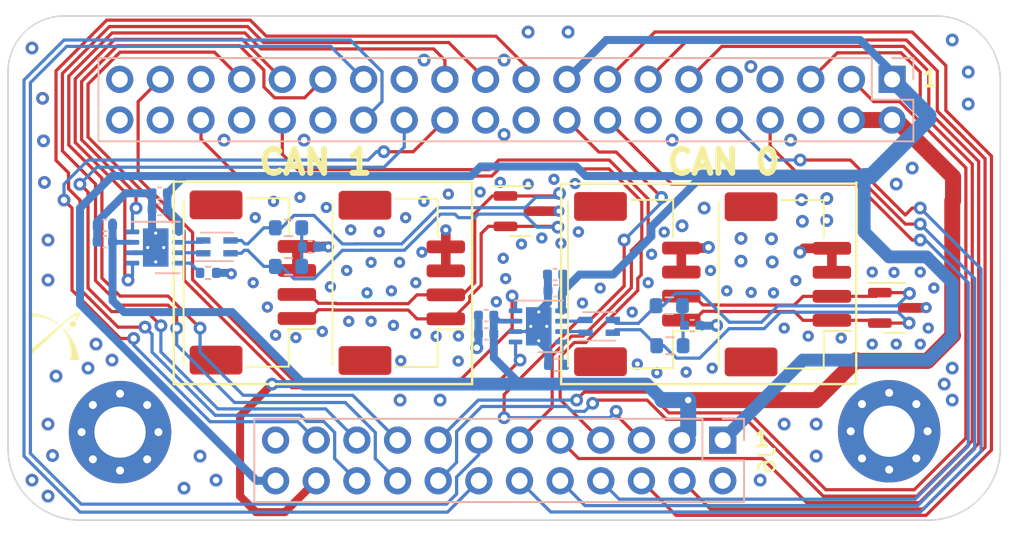
<source format=kicad_pcb>
(kicad_pcb (version 20240108) (generator "pcbnew") (generator_version "8.0")
  (title_block (title "Jetson Hat Remake ") (rev "V2") (comment 1 "Made by Pedro Conde"))
  (layers (0 "F.Cu" signal) (1 "In1.Cu" power) (2 "In2.Cu" power) (31 "B.Cu" signal) (34 "B.Paste" user) (35 "F.Paste" user) (36 "B.SilkS" user "B.Silkscreen") (37 "F.SilkS" user "F.Silkscreen") (38 "B.Mask" user) (39 "F.Mask" user) (44 "Edge.Cuts" user))
  (net 0 "")
  (net 1 "+5V")
  (net 2 "GND")
  (net 3 "/CAN BUS 0/TERM_CAPA")
  (net 4 "/CAN BUS 1/TERM_CAPA")
  (net 5 "+3V3")
  (net 6 "/I2C_GP5_DAT")
  (net 7 "/I2C_GP5_CLK")
  (net 8 "/MCLK05")
  (net 9 "/UART1_TX")
  (net 10 "/UART1_RX")
  (net 11 "/UART1_RTS")
  (net 12 "/I2S2_CLK")
  (net 13 "/PWM01")
  (net 14 "/GPIO27_PWM2")
  (net 15 "/GPIO8_AO_DMIC_IN_DAT")
  (net 16 "/GPIO35_PWM3")
  (net 17 "/SPI1_MOSI")
  (net 18 "/SPI1_MISO")
  (net 19 "/GPIO17_40HEADER")
  (net 20 "/SPI1_SCK")
  (net 21 "/SPI1_CS0")
  (net 22 "/SPI1_CS1")
  (net 23 "/I2C_GP2_DAT")
  (net 24 "/I2C_GP2_CLK")
  (net 25 "/CAN0_DIN")
  (net 26 "/CAN0_DOUT")
  (net 27 "/GPIO9_CAN1_GPIO0_DMIC_CLK")
  (net 28 "/CAN1_DOUT")
  (net 29 "/I2S_FS")
  (net 30 "/UART1_CTS")
  (net 31 "/CAN1_DIN")
  (net 32 "/I2S_SDIN")
  (net 33 "/I2S_SDOUT")
  (net 34 "/CAN BUS 1/CAN_SILENT_1")
  (net 35 "/CAN BUS 0/CH0+")
  (net 36 "/CAN BUS 0/CH0-")
  (net 37 "/CAN BUS 1/CH1+")
  (net 38 "/CAN BUS 1/CH1-")
  (net 39 "/CAN BUS 0/CAN+")
  (net 40 "/CAN BUS 0/CAN-")
  (net 41 "/CAN BUS 1/CAN+")
  (net 42 "/CAN BUS 1/CAN-")
  (net 43 "/CAN BUS 0/CAN_SILENT_1")
  (footprint "Connector_Molex:Molex_CLIK-Mate_505405-0470_1x04-1MP_P1.50mm_Vertical" (layer "F.Cu") (at 157.211778 101.884422 90)
    (property "Reference" "J4" (hide yes))
    (property "Value" "CLIK-Mate 502584")
  )
  (footprint "Connector_Molex:Molex_CLIK-Mate_505405-0470_1x04-1MP_P1.50mm_Vertical" (layer "F.Cu") (at 147.8028 101.87 90)
    (property "Reference" "J3" (hide yes))
    (property "Value" "CLIK-Mate 502584")
  )
  (footprint "Package_TO_SOT_SMD:SOT-23" (layer "F.Cu") (at 163.892756 103.354865)
    (property "Reference" "U4" (hide yes))
    (property "Value" "PESD2CANFD27V-TR")
  )
  (footprint "LOGO" (layer "F.Cu") (at 111.4824 105.1194)
    (property "Reference" "G***" (hide yes))
    (property "Value" "LOGO" (hide yes))
  )
  (footprint "Package_TO_SOT_SMD:SOT-23" (layer "F.Cu") (at 140.5027 97.3132)
    (property "Reference" "U2" (hide yes))
    (property "Value" "PESD2CANFD27V-TR")
  )
  (footprint "Connector_Molex:Molex_CLIK-Mate_505405-0470_1x04-1MP_P1.50mm_Vertical" (layer "F.Cu") (at 133.0882 101.7938 90)
    (property "Reference" "J2" (hide yes))
    (property "Value" "CLIK-Mate 502584")
  )
  (footprint "Connector_Molex:Molex_CLIK-Mate_505405-0470_1x04-1MP_P1.50mm_Vertical" (layer "F.Cu") (at 123.7824 101.7694 90)
    (property "Reference" "J1" (hide yes))
    (property "Value" "CLIK-Mate 502584")
  )
  (footprint "MountingHole:MountingHole_3.2mm_M3_Pad_Via" (layer "F.Cu") (at 115.4824 111.1194)
    (property "Reference" "H1" (hide yes))
    (property "Value" "M3")
  )
  (footprint "MountingHole:MountingHole_3.2mm_M3_Pad_Via" (layer "F.Cu") (at 163.540056 111.064796)
    (property "Reference" "H2" (hide yes))
    (property "Value" "M3")
  )
  (footprint "Connector_PinSocket_2.54mm:PinSocket_2x20_P2.54mm_Vertical" (layer "B.Cu") (at 163.7224 89.0794 90)
    (property "Reference" "J5" (hide yes))
    (property "Value" "02x20 2.54 mm Female Socket" (hide yes))
  )
  (footprint "Capacitor_SMD:C_0402_1005Metric" (layer "B.Cu") (at 117.960778 97.210822 180)
    (property "Reference" "C2" (hide yes))
    (property "Value" "100nF")
  )
  (footprint "Connector_PinSocket_2.54mm:PinSocket_2x12_P2.54mm_Vertical" (layer "B.Cu") (at 153.1424 111.6194 90)
    (property "Reference" "J6")
    (property "Value" "24 Pin Header")
  )
  (footprint "Capacitor_SMD:C_0402_1005Metric" (layer "B.Cu") (at 138.356978 104.983222 180)
    (property "Reference" "C8" (hide yes))
    (property "Value" "100nF")
  )
  (footprint "Capacitor_SMD:C_0402_1005Metric" (layer "B.Cu") (at 127.358778 99.544)
    (property "Reference" "C5" (hide yes))
    (property "Value" "4.7nF")
  )
  (footprint "Capacitor_SMD:C_0402_1005Metric" (layer "B.Cu") (at 142.697778 102.290822 180)
    (property "Reference" "C7" (hide yes))
    (property "Value" "100nF")
  )
  (footprint "0_inductor:ACE1V2012-222-R" (layer "B.Cu") (at 121.5354 99.544 90)
    (property "Reference" "FL1" (hide yes))
    (property "Value" "ACE1V2012-222-R")
  )
  (footprint "Resistor_SMD:R_0603_1608Metric" (layer "B.Cu") (at 149.800053 103.220757 180)
    (property "Reference" "R6" (hide yes))
    (property "Value" "60R")
  )
  (footprint "Resistor_SMD:R_0402_1005Metric" (layer "B.Cu") (at 120.9886 101.1696)
    (property "Reference" "R1" (hide yes))
    (property "Value" "4k7")
  )
  (footprint "Capacitor_SMD:C_0402_1005Metric" (layer "B.Cu") (at 142.669778 101.274822 180)
    (property "Reference" "C6" (hide yes))
    (property "Value" "4.7uF")
  )
  (footprint "0_various:HVSON-8-1EP_3x3mm_P0.65mm_EP1.6x2.4mm_ThermalVias" (layer "B.Cu") (at 117.7118 99.585)
    (property "Reference" "U1" (hide yes))
    (property "Value" "TCAN1051HGVDRBRQ1")
  )
  (footprint "Resistor_SMD:R_0603_1608Metric" (layer "B.Cu") (at 149.837778 105.719822)
    (property "Reference" "R5" (hide yes))
    (property "Value" "60R")
  )
  (footprint "Capacitor_SMD:C_0402_1005Metric" (layer "B.Cu") (at 114.534378 98.201422 180)
    (property "Reference" "C3" (hide yes))
    (property "Value" "100nF")
  )
  (footprint "Resistor_SMD:R_0603_1608Metric" (layer "B.Cu") (at 126.010156 100.766822)
    (property "Reference" "R2" (hide yes))
    (property "Value" "60R")
  )
  (footprint "Resistor_SMD:R_0603_1608Metric" (layer "B.Cu") (at 126.010156 98.353822 180)
    (property "Reference" "R3" (hide yes))
    (property "Value" "60R")
  )
  (footprint "Capacitor_SMD:C_0402_1005Metric" (layer "B.Cu") (at 114.534378 99.217422 180)
    (property "Reference" "C4" (hide yes))
    (property "Value" "4.7uF")
  )
  (footprint "Capacitor_SMD:C_0402_1005Metric" (layer "B.Cu") (at 151.234778 104.4702)
    (property "Reference" "C10" (hide yes))
    (property "Value" "4.7nF")
  )
  (footprint "Capacitor_SMD:C_0402_1005Metric" (layer "B.Cu") (at 138.356978 103.840222 180)
    (property "Reference" "C9" (hide yes))
    (property "Value" "4.7uF")
  )
  (footprint "Resistor_SMD:R_0402_1005Metric" (layer "B.Cu") (at 142.751178 106.913622 180)
    (property "Reference" "R4" (hide yes))
    (property "Value" "4k7")
  )
  (footprint "Capacitor_SMD:C_0402_1005Metric" (layer "B.Cu") (at 117.960778 96.194822 180)
    (property "Reference" "C1" (hide yes))
    (property "Value" "4.7uF")
  )
  (footprint "0_inductor:ACE1V2012-222-R" (layer "B.Cu") (at 145.4204 104.5116 90)
    (property "Reference" "FL2" (hide yes))
    (property "Value" "ACE1V2012-222-R")
  )
  (footprint "0_various:HVSON-8-1EP_3x3mm_P0.65mm_EP1.6x2.4mm_ThermalVias" (layer "B.Cu") (at 141.6454 104.5112)
    (property "Reference" "U3" (hide yes))
    (property "Value" "TCAN1051HGVDRBRQ1")
  )
  (gr_line (start 161.4824 95.5972) (end 143.042 95.5972) (stroke (width 0.15)) (layer "F.SilkS"))
  (gr_line (start 143.042 108.1194) (end 161.4824 108.1194) (stroke (width 0.15)) (layer "F.SilkS"))
  (gr_line (start 161.4824 108.1194) (end 161.4824 95.521) (stroke (width 0.15)) (layer "F.SilkS"))
  (gr_line (start 137.4824 108.1194) (end 137.4824 95.521) (stroke (width 0.15)) (layer "F.SilkS"))
  (gr_line (start 118.8388 108.1194) (end 137.4824 108.1194) (stroke (width 0.15)) (layer "F.SilkS"))
  (gr_line (start 137.4824 95.4702) (end 118.8388 95.4702) (stroke (width 0.15)) (layer "F.SilkS"))
  (gr_line (start 143.042 95.5972) (end 143.042 108.1194) (stroke (width 0.15)) (layer "F.SilkS"))
  (gr_line (start 118.8388 95.4702) (end 118.8388 108.1194) (stroke (width 0.15)) (layer "F.SilkS"))
  (gr_line (start 170.4824 89.1194) (end 170.4824 112.1194) (stroke (width 0.1)) (layer "Edge.Cuts"))
  (gr_line (start 165.9824 116.6194) (end 112.9824 116.6194) (stroke (width 0.1)) (layer "Edge.Cuts"))
  (gr_arc (start 108.4824 88.6194) (mid 109.507526 86.144526) (end 111.9824 85.1194) (stroke (width 0.1)) (layer "Edge.Cuts"))
  (gr_arc (start 166.4824 85.1194) (mid 169.310827 86.290973) (end 170.4824 89.1194) (stroke (width 0.1)) (layer "Edge.Cuts"))
  (gr_line (start 166.4824 85.1194) (end 111.9824 85.1194) (stroke (width 0.1)) (layer "Edge.Cuts"))
  (gr_arc (start 112.9824 116.6194) (mid 109.800419 115.301381) (end 108.4824 112.1194) (stroke (width 0.1)) (layer "Edge.Cuts"))
  (gr_arc (start 170.4824 112.1194) (mid 169.164381 115.301381) (end 165.9824 116.6194) (stroke (width 0.1)) (layer "Edge.Cuts"))
  (gr_line (start 108.4824 88.6194) (end 108.4824 112.1194) (stroke (width 0.1)) (layer "Edge.Cuts"))
  (gr_text "1" (at 165.4824 89.6194 0) (layer "F.SilkS") (effects (font (size 1 1) (thickness 0.2) (bold yes)) (justify left bottom)))
  (gr_text "1" (at 154.9824 112.1194 0) (layer "F.SilkS") (effects (font (size 1 1) (thickness 0.2) (bold yes)) (justify left bottom)))
  (gr_text "CAN 1\n" (at 123.9824 95.1194 -0) (layer "F.SilkS") (effects (font (size 1.5 1.5) (thickness 0.375) (bold yes)) (justify left bottom)))
  (gr_text "CAN 0" (at 149.4824 95.1194 -0) (layer "F.SilkS") (effects (font (size 1.5 1.5) (thickness 0.375) (bold yes)) (justify left bottom)))
  (segment (start 161.4824 106.6194) (end 158.9824 109.1194) (width 1) (layer "F.Cu") (net 1))
  (segment (start 161.1824 91.6194) (end 163.7224 91.6194) (width 1) (layer "F.Cu") (net 1))
  (segment (start 163.7224 91.6194) (end 163.9824 91.6194) (width 1) (layer "F.Cu") (net 1))
  (segment (start 123.9824 116.1194) (end 125.7824 116.1194) (width 0.5) (layer "F.Cu") (net 1))
  (segment (start 158.9824 109.1194) (end 150.9824 109.1194) (width 1) (layer "F.Cu") (net 1))
  (segment (start 122.9824 115.1194) (end 123.9824 116.1194) (width 0.5) (layer "F.Cu") (net 1))
  (segment (start 165.9324 106.6694) (end 161.5324 106.6694) (width 1) (layer "F.Cu") (net 1))
  (segment (start 167.5324 105.0694) (end 165.9324 106.6694) (width 1) (layer "F.Cu") (net 1))
  (segment (start 122.9824 110.1194) (end 122.9824 115.1194) (width 0.5) (layer "F.Cu") (net 1))
  (segment (start 167.5324 95.1694) (end 167.5324 96.6724) (width 1) (layer "F.Cu") (net 1))
  (segment (start 124.9824 108.1194) (end 122.9824 110.1194) (width 0.5) (layer "F.Cu") (net 1))
  (segment (start 167.4824 96.6724) (end 167.4824 105.0694) (width 1) (layer "F.Cu") (net 1))
  (segment (start 163.9824 91.6194) (end 167.5324 95.1694) (width 1) (layer "F.Cu") (net 1))
  (segment (start 125.7824 116.1194) (end 127.7424 114.1594) (width 0.5) (layer "F.Cu") (net 1))
  (segment (start 161.5324 106.6694) (end 161.4824 106.6194) (width 1) (layer "F.Cu") (net 1))
  (via (at 124.9824 108.1194) (size 0.8) (drill 0.4) (layers "F.Cu" "B.Cu") (net 1))
  (via (at 150.9824 109.1194) (size 0.8) (drill 0.4) (layers "F.Cu" "B.Cu") (net 1))
  (segment (start 140.1954 104.1862) (end 139.182956 104.1862) (width 0.3) (layer "B.Cu") (net 1))
  (segment (start 150.9824 109.1194) (end 150.9824 111.2394) (width 1) (layer "B.Cu") (net 1))
  (segment (start 138.836978 103.840222) (end 138.836978 104.983222) (width 0.5) (layer "B.Cu") (net 1))
  (segment (start 115.736278 103.6194) (end 115.014378 102.8975) (width 0.5) (layer "B.Cu") (net 1))
  (segment (start 122.4824 103.6194) (end 115.736278 103.6194) (width 0.5) (layer "B.Cu") (net 1))
  (segment (start 150.9824 109.1194) (end 149.386897 109.1194) (width 1) (layer "B.Cu") (net 1))
  (segment (start 138.836978 106.473978) (end 138.836978 104.983222) (width 0.5) (layer "B.Cu") (net 1))
  (segment (start 140.4824 108.1194) (end 148.386897 108.1194) (width 0.8) (layer "B.Cu") (net 1))
  (segment (start 116.2618 99.26) (end 115.056956 99.26) (width 0.3) (layer "B.Cu") (net 1))
  (segment (start 150.9824 111.2394) (end 150.6024 111.6194) (width 1) (layer "B.Cu") (net 1))
  (segment (start 115.056956 99.26) (end 115.014378 99.217422) (width 0.3) (layer "B.Cu") (net 1))
  (segment (start 115.014378 98.013156) (end 115.014378 98.201422) (width 0.5) (layer "B.Cu") (net 1))
  (segment (start 148.386897 108.1194) (end 149.386897 109.1194) (width 0.8) (layer "B.Cu") (net 1))
  (segment (start 115.014378 102.8975) (end 115.014378 99.217422) (width 0.5) (layer "B.Cu") (net 1))
  (segment (start 139.182956 104.1862) (end 138.836978 103.840222) (width 0.3) (layer "B.Cu") (net 1))
  (segment (start 124.9824 108.1194) (end 126.9824 108.1194) (width 0.5) (layer "B.Cu") (net 1))
  (segment (start 140.4824 108.1194) (end 126.9824 108.1194) (width 0.8) (layer "B.Cu") (net 1))
  (segment (start 115.014378 98.201422) (end 115.014378 99.217422) (width 0.5) (layer "B.Cu") (net 1))
  (segment (start 126.9824 108.1194) (end 122.4824 103.6194) (width 0.5) (layer "B.Cu") (net 1))
  (segment (start 140.4824 108.1194) (end 138.836978 106.473978) (width 0.5) (layer "B.Cu") (net 1))
  (segment (start 152.2038 99.62) (end 152.250778 99.573022) (width 0.6) (layer "F.Cu") (net 2))
  (segment (start 164.830256 103.354865) (end 165.835656 103.354865) (width 0.6) (layer "F.Cu") (net 2))
  (segment (start 158.209178 99.634422) (end 159.961778 99.634422) (width 0.6) (layer "F.Cu") (net 2))
  (segment (start 128.501778 99.544) (end 128.477178 99.5194) (width 0.6) (layer "F.Cu") (net 2))
  (segment (start 150.5528 101.12) (end 150.5528 99.62) (width 0.6) (layer "F.Cu") (net 2))
  (segment (start 135.8382 98.485) (end 135.8382 99.5438) (width 0.6) (layer "F.Cu") (net 2))
  (segment (start 128.477178 99.5194) (end 126.5324 99.5194) (width 0.6) (layer "F.Cu") (net 2))
  (segment (start 159.961778 99.634422) (end 159.961778 101.134422) (width 0.6) (layer "F.Cu") (net 2))
  (segment (start 165.835656 103.354865) (end 165.850856 103.339665) (width 0.6) (layer "F.Cu") (net 2))
  (segment (start 141.4402 97.3132) (end 142.9028 97.3132) (width 0.6) (layer "F.Cu") (net 2))
  (segment (start 157.965778 99.877822) (end 158.209178 99.634422) (width 0.6) (layer "F.Cu") (net 2))
  (segment (start 135.8382 101.0438) (end 135.8382 99.5438) (width 0.6) (layer "F.Cu") (net 2))
  (segment (start 126.5324 101.0194) (end 126.5324 99.5194) (width 0.6) (layer "F.Cu") (net 2))
  (segment (start 150.5528 99.62) (end 152.2038 99.62) (width 0.6) (layer "F.Cu") (net 2))
  (segment (start 142.9028 97.3132) (end 142.903578 97.312422) (width 0.6) (layer "F.Cu") (net 2))
  (via (at 153.393778 102.290822) (size 0.7) (drill 0.3) (layers "F.Cu" "B.Cu") (net 2))
  (via (at 128.120778 104.830822) (size 0.7) (drill 0.3) (layers "F.Cu" "B.Cu") (net 2))
  (via (at 137.772778 105.846822) (size 0.8) (drill 0.4) (layers "F.Cu" "B.Cu") (net 2))
  (via (at 156.9824 110.6194) (size 0.8) (drill 0.4) (layers "F.Cu" "B.Cu") (net 2))
  (via (at 145.4824 102.1194) (size 0.7) (drill 0.3) (layers "F.Cu" "B.Cu") (net 2))
  (via (at 142.903578 97.312422) (size 0.7) (drill 0.3) (layers "F.Cu" "B.Cu") (net 2))
  (via (at 125.201605 105.061956) (size 0.7) (drill 0.3) (layers "F.Cu" "B.Cu") (net 2))
  (via (at 149.9824 92.8764) (size 0.8) (drill 0.4) (layers "F.Cu" "B.Cu") (net 2))
  (via (at 110.644146 90.26374) (size 0.8) (drill 0.4) (layers "F.Cu" "B.Cu") (net 2))
  (via (at 144.376778 103.052822) (size 0.7) (drill 0.3) (layers "F.Cu" "B.Cu") (net 2))
  (via (at 126.469778 105.211822) (size 0.7) (drill 0.3) (layers "F.Cu" "B.Cu") (net 2))
  (via (at 114.9824 106.6194) (size 0.8) (drill 0.4) (layers "F.Cu" "B.Cu") (net 2))
  (via (at 120.4824 112.6194) (size 0.8) (drill 0.4) (layers "F.Cu" "B.Cu") (net 2))
  (via (at 143.4824 86.1194) (size 0.8) (drill 0.4) (layers "F.Cu" "B.Cu") (net 2))
  (via (at 131.676778 98.607822) (size 0.7) (drill 0.3) (layers "F.Cu" "B.Cu") (net 2))
  (via (at 166.9824 108.1194) (size 0.8) (drill 0.4) (layers "F.Cu" "B.Cu") (net 2))
  (via (at 142.595304 95.322407) (size 0.7) (drill 0.3) (layers "F.Cu" "B.Cu") (net 2))
  (via (at 137.9824 96.1194) (size 0.7) (drill 0.3) (layers "F.Cu" "B.Cu") (net 2))
  (via (at 111.4824 107.6194) (size 0.8) (drill 0.4) (layers "F.Cu" "B.Cu") (net 2))
  (via (at 162.4824 101.1194) (size 0.7) (drill 0.3) (layers "F.Cu" "B.Cu") (net 2))
  (via (at 134.470778 96.702822) (size 0.7) (drill 0.3) (layers "F.Cu" "B.Cu") (net 2))
  (via (at 133.962778 104.957822) (size 0.7) (drill 0.3) (layers "F.Cu" "B.Cu") (net 2))
  (via (at 140.566778 99.369822) (size 0.7) (drill 0.3) (layers "F.Cu" "B.Cu") (net 2))
  (via (at 165.4824 105.6194) (size 0.7) (drill 0.3) (layers "F.Cu" "B.Cu") (net 2))
  (via (at 159.642178 96.525022) (size 0.8) (drill 0.4) (layers "F.Cu" "B.Cu") (net 2))
  (via (at 140.9824 86.1194) (size 0.8) (drill 0.4) (layers "F.Cu" "B.Cu") (net 2))
  (via (at 111.2656 112.579588) (size 0.8) (drill 0.4) (layers "F.Cu" "B.Cu") (net 2))
  (via (at 144.122778 98.607822) (size 0.7) (drill 0.3) (layers "F.Cu" "B.Cu") (net 2))
  (via (at 130.914778 102.417822) (size 0.7) (drill 0.3) (layers "F.Cu" "B.Cu") (net 2))
  (via (at 123.802778 101.782822) (size 0.7) (drill 0.3) (layers "F.Cu" "B.Cu") (net 2))
  (via (at 152.250778 99.573022) (size 0.8) (drill 0.4) (layers "F.Cu" "B.Cu") (net 2))
  (via (at 149.4824 98.6194) (size 0.7) (drill 0.3) (layers "F.Cu" "B.Cu") (net 2))
  (via (at 135.232778 105.135622) (size 0.7) (drill 0.3) (layers "F.Cu" "B.Cu") (net 2))
  (via (at 154.282778 100.436622) (size 0.8) (drill 0.4) (layers "F.Cu" "B.Cu") (net 2))
  (via (at 147.805778 106.862822) (size 0.7) (drill 0.3) (layers "F.Cu" "B.Cu") (net 2))
  (via (at 149.0264 107.4154) (size 0.7) (drill 0.3) (layers "F.Cu" "B.Cu") (net 2))
  (via (at 110.757137 95.517851) (size 0.8) (drill 0.4) (layers "F.Cu" "B.Cu") (net 2))
  (via (at 152.377778 101.020822) (size 0.7) (drill 0.3) (layers "F.Cu" "B.Cu") (net 2))
  (via (at 128.628778 102.036822) (size 0.7) (drill 0.3) (layers "F.Cu" "B.Cu") (net 2))
  (via (at 156.314778 102.417822) (size 0.7) (drill 0.3) (layers "F.Cu" "B.Cu") (net 2))
  (via (at 138.993192 102.9757) (size 0.7) (drill 0.3) (layers "F.Cu" "B.Cu") (net 2))
  (via (at 136.629778 105.110222) (size 0.7) (drill 0.3) (layers "F.Cu" "B.Cu") (net 2))
  (via (at 158.067378 96.601222) (size 0.8) (drill 0.4) (layers "F.Cu" "B.Cu") (net 2))
  (via (at 132.9824 109.1194) (size 0.8) (drill 0.4) (layers "F.Cu" "B.Cu") (net 2))
  (via (at 121.4824 114.1194) (size 0.8) (drill 0.4) (layers "F.Cu" "B.Cu") (net 2))
  (via (at 140.9824 95.6194) (size 0.7) (drill 0.3) (layers "F.Cu" "B.Cu") (net 2))
  (via (at 163.9824 95.6194) (size 0.8) (drill 0.4) (layers "F.Cu" "B.Cu") (net 2))
  (via (at 129.644778 101.020822) (size 0.7) (drill 0.3) (layers "F.Cu" "B.Cu") (net 2))
  (via (at 158.4824 105.1194) (size 0.7) (drill 0.3) (layers "F.Cu" "B.Cu") (net 2))
  (via (at 156.9824 104.6194) (size 0.7) (drill 0.3) (layers "F.Cu" "B.Cu") (net 2))
  (via (at 158.9824 110.6194) (size 0.8) (drill 0.4) (layers "F.Cu" "B.Cu") (net 2))
  (via (at 139.4824 92.5264) (size 0.8) (drill 0.4) (layers "F.Cu" "B.Cu") (net 2))
  (via (at 157.3854 92.8764) (size 0.8) (drill 0.4) (layers "F.Cu" "B.Cu") (net 2))
  (via (at 126.723778 96.448822) (size 0.7) (drill 0.3) (layers "F.Cu" "B.Cu") (net 2))
  (via (at 157.965778 99.877822) (size 0.8) (drill 0.4) (layers "F.Cu" "B.Cu") (net 2))
  (via (at 135.8382 98.485) (size 0.7) (drill 0.3) (layers "F.Cu" "B.Cu") (net 2))
  (via (at 109.9824 114.1194) (size 0.8) (drill 0.4) (layers "F.Cu" "B.Cu") (net 2))
  (via (at 143.919578 95.585222) (size 0.7) (drill 0.3) (layers "F.Cu" "B.Cu") (net 2))
  (via (at 157.711778 101.655822) (size 0.7) (drill 0.3) (layers "F.Cu" "B.Cu") (net 2))
  (via (at 165.850856 103.339665) (size 0.7) (drill 0.3) (layers "F.Cu" "B.Cu") (net 2))
  (via (at 110.9824 110.6194) (size 0.8) (drill 0.4) (layers "F.Cu" "B.Cu") (net 2))
  (via (at 163.9824 105.6194) (size 0.7) (drill 0.3) (layers "F.Cu" "B.Cu") (net 2))
  (via (at 141.836778 98.988822) (size 0.7) (drill 0.3) (layers "F.Cu" "B.Cu") (net 2))
  (via (at 132.565778 104.449822) (size 0.7) (drill 0.3) (layers "F.Cu" "B.Cu") (net 2))
  (via (at 129.771778 104.195822) (size 0.7) (drill 0.3) (layers "F.Cu" "B.Cu") (net 2))
  (via (at 109.9824 87.1194) (size 0.8) (drill 0.4) (layers "F.Cu" "B.Cu") (net 2))
  (via (at 119.4824 114.6194) (size 0.8) (drill 0.4) (layers "F.Cu" "B.Cu") (net 2))
  (via (at 158.9824 112.6194) (size 0.8) (drill 0.4) (layers "F.Cu" "B.Cu") (net 2))
  (via (at 167.4824 86.6194) (size 0.8) (drill 0.4) (layers "F.Cu" "B.Cu") (net 2))
  (via (at 123.929778 97.718822) (size 0.7) (drill 0.3) (layers "F.Cu" "B.Cu") (net 2))
  (via (at 163.843627 101.138489) (size 0.7) (drill 0.3) (layers "F.Cu" "B.Cu") (net 2))
  (via (at 167.4824 107.1194) (size 0.8) (drill 0.4) (layers "F.Cu" "B.Cu") (net 2))
  (via (at 131.168778 104.195822) (size 0.7) (drill 0.3) (layers "F.Cu" "B.Cu") (net 2))
  (via (at 148.4824 101.782822) (size 0.7) (drill 0.3) (layers "F.Cu" "B.Cu") (net 2))
  (via (at 151.9824 97.1194) (size 0.8) (drill 0.4) (layers "F.Cu" "B.Cu") (net 2))
  (via (at 133.962778 101.782822) (size 0.7) (drill 0.3) (layers "F.Cu" "B.Cu") (net 2))
  (via (at 147.4824 103.6194) (size 0.7) (drill 0.3) (layers "F.Cu" "B.Cu") (net 2))
  (via (at 128.374778 97.083822) (size 0.7) (drill 0.3) (layers "F.Cu" "B.Cu") (net 2))
  (via (at 133.0244 106.6534) (size 0.7) (drill 0.3) (layers "F.Cu" "B.Cu") (net 2))
  (via (at 154.282778 99.014222) (size 0.8) (drill 0.4) (layers "F.Cu" "B.Cu") (net 2))
  (via (at 110.9824 99.1194) (size 0.8) (drill 0.4) (layers "F.Cu" "B.Cu") (net 2))
  (via (at 132.946778 100.512822) (size 0.7) (drill 0.3) (layers "F.Cu" "B.Cu") (net 2))
  (via (at 165.4824 101.1194) (size 0.7) (drill 0.3) (layers "F.Cu" "B.Cu") (net 2))
  (via (at 131.168778 100.512822) (size 0.7) (drill 0.3) (layers "F.Cu" "B.Cu") (net 2))
  (via (at 121.9824 92.8764) (size 0.8) (drill 0.4) (layers "F.Cu" "B.Cu") (net 2))
  (via (at 152.4824 107.1194) (size 0.7) (drill 0.3) (layers "F.Cu" "B.Cu") (net 2))
  (via (at 132.438778 102.290822) (size 0.7) (drill 0.3) (layers "F.Cu" "B.Cu") (net 2))
  (via (at 159.642178 97.896622) (size 0.8) (drill 0.4) (layers "F.Cu" "B.Cu") (net 2))
  (via (at 168.4824 88.6194) (size 0.8) (drill 0.4) (layers "F.Cu" "B.Cu") (net 2))
  (via (at 135.994778 96.245622) (size 0.7) (drill 0.3) (layers "F.Cu" "B.Cu") (net 2))
  (via (at 133.327778 97.718822) (size 0.7) (drill 0.3) (layers "F.Cu" "B.Cu") (net 2))
  (via (at 167.4824 109.1194) (size 0.8) (drill 0.4) (layers "F.Cu" "B.Cu") (net 2))
  (via (at 158.118178 97.947422) (size 0.8) (drill 0.4) (layers "F.Cu" "B.Cu") (net 2))
  (via (at 148.694778 100.004822) (size 0.7) (drill 0.3) (layers "F.Cu" "B.Cu") (net 2))
  (via (at 125.072778 96.702822) (size 0.7) (drill 0.3) (layers "F.Cu" "B.Cu") (net 2))
  (via (at 150.599778 98.226822) (size 0.8) (drill 0.4) (layers "F.Cu" "B.Cu") (net 2))
  (via (at 166.334145 102.113222) (size 0.7) (drill 0.3) (layers "F.Cu" "B.Cu") (net 2))
  (via (at 136.613462 106.677871) (size 0.7) (drill 0.3) (layers "F.Cu" "B.Cu") (net 2))
  (via (at 110.9824 115.1194) (size 0.8) (drill 0.4) (layers "F.Cu" "B.Cu") (net 2))
  (via (at 165.9824 104.6194) (size 0.7) (drill 0.3) (layers "F.Cu" "B.Cu") (net 2))
  (via (at 110.9824 101.6194) (size 0.8) (drill 0.4) (layers "F.Cu" "B.Cu") (net 2))
  (via (at 134.343778 99.877822) (size 0.7) (drill 0.3) (layers "F.Cu" "B.Cu") (net 2))
  (via (at 113.4824 107.1194) (size 0.8) (drill 0.4) (layers "F.Cu" "B.Cu") (net 2))
  (via (at 160.540363 105.242545) (size 0.7) (drill 0.3) (layers "F.Cu" "B.Cu") (net 2))
  (via (at 135.4824 109.1194) (size 0.8) (drill 0.4) (layers "F.Cu" "B.Cu") (net 2))
  (via (at 154.917778 102.392422) (size 0.7) (drill 0.3) (layers "F.Cu" "B.Cu") (net 2))
  (via (at 124.691778 103.306822) (size 0.7) (drill 0.3) (layers "F.Cu" "B.Cu") (net 2))
  (via (at 164.9824 94.6194) (size 0.8) (drill 0.4) (layers "F.Cu" "B.Cu") (net 2))
  (via (at 162.4824 105.6194) (size 0.7) (drill 0.3) (layers "F.Cu" "B.Cu") (net 2))
  (via (at 126.9824 92.8764) (size 0.8) (drill 0.4) (layers "F.Cu" "B.Cu") (net 2))
  (via (at 129.898778 98.480822) (size 0.7) (drill 0.3) (layers "F.Cu" "B.Cu") (net 2))
  (via (at 156.238578 100.487422) (size 0.8) (drill 0.4) (layers "F.Cu" "B.Cu") (net 2))
  (via (at 128.501778 99.544) (size 0.7) (drill 0.3) (layers "F.Cu" "B.Cu") (net 2))
  (via (at 139.423778 100.258822) (size 0.7) (drill 0.3) (layers "F.Cu" "B.Cu") (net 2))
  (via (at 110.700642 92.919044) (size 0.8) (drill 0.4) (layers "F.Cu" "B.Cu") (net 2))
  (via (at 155.4824 114.1194) (size 0.8) (drill 0.4) (layers "F.Cu" "B.Cu") (net 2))
  (via (at 168.4824 90.6194) (size 0.8) (drill 0.4) (layers "F.Cu" "B.Cu") (net 2))
  (via (at 143.030578 99.319022) (size 0.7) (drill 0.3) (layers "F.Cu" "B.Cu") (net 2))
  (via (at 154.895051 88.2764) (size 0.8) (drill 0.4) (layers "F.Cu" "B.Cu") (net 2))
  (via (at 156.187778 99.039622) (size 0.8) (drill 0.4) (layers "F.Cu" "B.Cu") (net 2))
  (via (at 134.4824 87.8764) (size 0.8) (drill 0.4) (layers "F.Cu" "B.Cu") (net 2))
  (via (at 122.431178 101.224022) (size 0.7) (drill 0.3) (layers "F.Cu" "B.Cu") (net 2))
  (via (at 113.9824 105.6194) (size 0.8) (drill 0.4) (layers "F.Cu" "B.Cu") (net 2))
  (via (at 139.239425 95.513201) (size 0.7) (drill 0.3) (layers "F.Cu" "B.Cu") (net 2))
  (via (at 139.4824 87.8764) (size 0.8) (drill 0.4) (layers "F.Cu" "B.Cu") (net 2))
  (via (at 139.5772 101.528822) (size 0.7) (drill 0.3) (layers "F.Cu" "B.Cu") (net 2))
  (via (at 150.853778 107.370822) (size 0.7) (drill 0.3) (layers "F.Cu" "B.Cu") (net 2))
  (via (at 152.758778 104.449822) (size 0.8) (drill 0.4) (layers "F.Cu" "B.Cu") (net 2))
  (segment (start 117.480778 98.453978) (end 117.7118 98.685) (width 0.5) (layer "B.Cu") (net 2))
  (segment (start 142.217778 102.290822) (end 142.217778 101.302822) (width 0.5) (layer "B.Cu") (net 2))
  (segment (start 141.1454 104.5112) (end 142.1454 104.5112) (width 0.5) (layer "B.Cu") (net 2))
  (segment (start 117.7118 100.085) (end 117.2118 99.585) (width 0.5) (layer "B.Cu") (net 2))
  (segment (start 117.2118 99.585) (end 118.2118 99.585) (width 0.5) (layer "B.Cu") (net 2))
  (segment (start 114.054378 97.983207) (end 115.842763 96.194822) (width 0.5) (layer "B.Cu") (net 2))
  (segment (start 117.7118 100.485) (end 117.7118 98.685) (width 0.5) (layer "B.Cu") (net 2))
  (segment (start 141.6454 104.0112) (end 141.1454 104.5112) (width 0.5) (layer "B.Cu") (net 2))
  (segment (start 114.054378 98.201422) (end 114.054378 99.217422) (width 0.5) (layer "B.Cu") (net 2))
  (segment (start 121.4986 101.1696) (end 122.376756 101.1696) (width 0.5) (layer "B.Cu") (net 2))
  (segment (start 141.6454 105.0112) (end 141.1454 104.5112) (width 0.5) (layer "B.Cu") (net 2))
  (segment (start 137.876978 103.840222) (end 137.876978 104.983222) (width 0.5) (layer "B.Cu") (net 2))
  (segment (start 140.1954 104.8362) (end 140.8204 104.8362) (width 0.2) (layer "B.Cu") (net 2))
  (segment (start 117.3868 99.91) (end 117.7118 99.585) (width 0.3) (layer "B.Cu") (net 2))
  (segment (start 117.7118 100.485) (end 117.7118 100.085) (width 0.5) (layer "B.Cu") (net 2))
  (segment (start 117.7118 98.685) (end 117.7118 99.085) (width 0.5) (layer "B.Cu") (net 2))
  (segment (start 142.217778 102.290822) (end 142.217778 103.038822) (width 0.5) (layer "B.Cu") (net 2))
  (segment (start 152.7384 104.4702) (end 152.758778 104.449822) (width 0.5) (layer "B.Cu") (net 2))
  (segment (start 141.6454 105.0112) (end 142.1454 104.5112) (width 0.5) (layer "B.Cu") (net 2))
  (segment (start 114.054378 98.201422) (end 114.054378 97.983207) (width 0.5) (layer "B.Cu") (net 2))
  (segment (start 116.2618 99.91) (end 117.3868 99.91) (width 0.3) (layer "B.Cu") (net 2))
  (segment (start 141.6454 104.0112) (end 142.1454 104.5112) (width 0.5) (layer "B.Cu") (net 2))
  (segment (start 117.7118 99.085) (end 118.2118 99.585) (width 0.5) (layer "B.Cu") (net 2))
  (segment (start 142.217778 101.302822) (end 142.189778 101.274822) (width 0.5) (layer "B.Cu") (net 2))
  (segment (start 151.714778 104.4702) (end 152.7384 104.4702) (width 0.5) (layer "B.Cu") (net 2))
  (segment (start 117.480778 96.194822) (end 117.480778 97.210822) (width 0.5) (layer "B.Cu") (net 2))
  (segment (start 117.7118 100.085) (end 118.2118 99.585) (width 0.5) (layer "B.Cu") (net 2))
  (segment (start 117.7118 99.585) (end 117.2118 99.585) (width 0.3) (layer "B.Cu") (net 2))
  (segment (start 142.241178 106.006978) (end 141.6454 105.4112) (width 0.5) (layer "B.Cu") (net 2))
  (segment (start 142.217778 103.038822) (end 141.6454 103.6112) (width 0.5) (layer "B.Cu") (net 2))
  (segment (start 141.6454 105.4112) (end 141.6454 103.6112) (width 0.5) (layer "B.Cu") (net 2))
  (segment (start 115.842763 96.194822) (end 117.480778 96.194822) (width 0.5) (layer "B.Cu") (net 2))
  (segment (start 122.376756 101.1696) (end 122.431178 101.224022) (width 0.5) (layer "B.Cu") (net 2))
  (segment (start 117.7118 99.085) (end 117.2118 99.585) (width 0.5) (layer "B.Cu") (net 2))
  (segment (start 141.6454 103.6112) (end 141.6454 104.0112) (width 0.5) (layer "B.Cu") (net 2))
  (segment (start 128.501778 99.544) (end 127.838778 99.544) (width 0.5) (layer "B.Cu") (net 2))
  (segment (start 137.876978 104.983222) (end 137.876978 105.742622) (width 0.5) (layer "B.Cu") (net 2))
  (segment (start 137.876978 105.742622) (end 137.772778 105.846822) (width 0.5) (layer "B.Cu") (net 2))
  (segment (start 142.241178 106.913622) (end 142.241178 106.006978) (width 0.5) (layer "B.Cu") (net 2))
  (segment (start 141.6454 105.4112) (end 141.6454 105.0112) (width 0.5) (layer "B.Cu") (net 2))
  (segment (start 117.480778 97.210822) (end 117.480778 98.453978) (width 0.5) (layer "B.Cu") (net 2))
  (segment (start 140.8204 104.8362) (end 141.1454 104.5112) (width 0.2) (layer "B.Cu") (net 2))
  (segment (start 126.835156 98.353822) (end 126.835156 99.500378) (width 0.2) (layer "B.Cu") (net 3))
  (segment (start 126.835156 99.587622) (end 126.878778 99.544) (width 0.2) (layer "B.Cu") (net 3))
  (segment (start 126.835156 99.500378) (end 126.878778 99.544) (width 0.2) (layer "B.Cu") (net 3))
  (segment (start 126.835156 100.766822) (end 126.835156 99.587622) (width 0.2) (layer "B.Cu") (net 3))
  (segment (start 150.625053 104.340475) (end 150.754778 104.4702) (width 0.2) (layer "B.Cu") (net 4))
  (segment (start 150.662778 104.5622) (end 150.754778 104.4702) (width 0.2) (layer "B.Cu") (net 4))
  (segment (start 150.625053 103.220757) (end 150.625053 104.340475) (width 0.2) (layer "B.Cu") (net 4))
  (segment (start 150.662778 105.719822) (end 150.662778 104.5622) (width 0.2) (layer "B.Cu") (net 4))
  (segment (start 119.1618 98.61) (end 119.1618 97.931844) (width 0.5) (layer "B.Cu") (net 5))
  (segment (start 144.585127 95.1194) (end 143.988134 94.522407) (width 0.5) (layer "B.Cu") (net 5))
  (segment (start 161.9824 95.1194) (end 151.851029 95.1194) (width 0.8) (layer "B.Cu") (net 5))
  (segment (start 165.9824 91.3394) (end 163.7224 89.0794) (width 1) (layer "B.Cu") (net 5))
  (segment (start 144.193778 101.274822) (end 143.177778 102.290822) (width 0.5) (layer "B.Cu") (net 5))
  (segment (start 158.1424 106.6194) (end 153.1424 111.6194) (width 0.8) (layer "B.Cu") (net 5))
  (segment (start 143.177778 102.290822) (end 143.177778 101.302822) (width 0.5) (layer "B.Cu") (net 5))
  (segment (start 148.6824 98.288029) (end 148.6824 98.885829) (width 0.5) (layer "B.Cu") (net 5))
  (segment (start 163.7224 88.6164) (end 161.7254 86.6194) (width 0.5) (layer "B.Cu") (net 5))
  (segment (start 148.6824 98.885829) (end 146.293407 101.274822) (width 0.5) (layer "B.Cu") (net 5))
  (segment (start 112.9824 97.1194) (end 112.9824 103.1194) (width 0.5) (layer "B.Cu") (net 5))
  (segment (start 145.8624 86.6194) (end 143.4024 89.0794) (width 0.5) (layer "B.Cu") (net 5))
  (segment (start 161.7254 86.6194) (end 145.8624 86.6194) (width 0.5) (layer "B.Cu") (net 5))
  (segment (start 143.0954 103.5362) (end 143.0954 102.3732) (width 0.5) (layer "B.Cu") (net 5))
  (segment (start 114.9824 95.1194) (end 112.9824 97.1194) (width 0.5) (layer "B.Cu") (net 5))
  (segment (start 124.0224 114.1594) (end 125.2024 114.1594) (width 0.5) (layer "B.Cu") (net 5))
  (segment (start 118.440778 97.210822) (end 118.440778 96.194822) (width 0.5) (layer "B.Cu") (net 5))
  (segment (start 137.418451 95.1194) (end 119.5162 95.1194) (width 0.5) (layer "B.Cu") (net 5))
  (segment (start 165.9824 106.6194) (end 158.1424 106.6194) (width 0.8) (layer "B.Cu") (net 5))
  (segment (start 119.1618 97.931844) (end 118.440778 97.210822) (width 0.5) (layer "B.Cu") (net 5))
  (segment (start 112.9824 103.1194) (end 124.0224 114.1594) (width 0.5) (layer "B.Cu") (net 5))
  (segment (start 119.1262 98.5744) (end 119.1618 98.61) (width 0.4) (layer "B.Cu") (net 5))
  (segment (start 167.4824 101.775897) (end 167.4824 105.1194) (width 0.8) (layer "B.Cu") (net 5))
  (segment (start 161.9824 98.6194) (end 163.5324 100.1694) (width 0.8) (layer "B.Cu") (net 5))
  (segment (start 143.177778 101.302822) (end 143.149778 101.274822) (width 0.5) (layer "B.Cu") (net 5))
  (segment (start 119.5162 95.1194) (end 114.9824 95.1194) (width 0.5) (layer "B.Cu") (net 5))
  (segment (start 163.5324 100.1694) (end 165.875903 100.1694) (width 0.8) (layer "B.Cu") (net 5))
  (segment (start 165.9824 91.551432) (end 165.9824 91.3394) (width 1) (layer "B.Cu") (net 5))
  (segment (start 161.9824 95.1194) (end 162.414432 95.1194) (width 1) (layer "B.Cu") (net 5))
  (segment (start 119.5162 95.1194) (end 118.440778 96.194822) (width 0.5) (layer "B.Cu") (net 5))
  (segment (start 165.875903 100.1694) (end 167.4824 101.775897) (width 0.8) (layer "B.Cu") (net 5))
  (segment (start 143.0954 102.3732) (end 143.177778 102.290822) (width 0.5) (layer "B.Cu") (net 5))
  (segment (start 146.293407 101.274822) (end 144.193778 101.274822) (width 0.5) (layer "B.Cu") (net 5))
  (segment (start 151.851029 95.1194) (end 144.585127 95.1194) (width 0.5) (layer "B.Cu") (net 5))
  (segment (start 151.851029 95.1194) (end 148.6824 98.288029) (width 0.5) (layer "B.Cu") (net 5))
  (segment (start 161.9824 95.1194) (end 161.9824 98.6194) (width 0.8) (layer "B.Cu") (net 5))
  (segment (start 162.414432 95.1194) (end 165.9824 91.551432) (width 1) (layer "B.Cu") (net 5))
  (segment (start 138.015444 94.522407) (end 137.418451 95.1194) (width 0.5) (layer "B.Cu") (net 5))
  (segment (start 163.7224 89.0794) (end 163.7224 88.6164) (width 0.5) (layer "B.Cu") (net 5))
  (segment (start 167.4824 105.1194) (end 165.9824 106.6194) (width 0.8) (layer "B.Cu") (net 5))
  (segment (start 143.988134 94.522407) (end 138.015444 94.522407) (width 0.5) (layer "B.Cu") (net 5))
  (segment (start 148.4824 108.6194) (end 144.4824 108.6194) (width 0.2) (layer "F.Cu") (net 6))
  (segment (start 159.5824 114.7194) (end 154.7824 109.9194) (width 0.2) (layer "F.Cu") (net 6))
  (segment (start 168.3324 94.603054) (end 168.3324 111.4958) (width 0.2) (layer "F.Cu") (net 6))
  (segment (start 165.1088 114.7194) (end 159.5824 114.7194) (width 0.2) (layer "F.Cu") (net 6))
  (segment (start 164.198746 90.4694) (end 168.3324 94.603054) (width 0.2) (layer "F.Cu") (net 6))
  (segment (start 149.7824 109.9194) (end 148.4824 108.6194) (width 0.2) (layer "F.Cu") (net 6))
  (segment (start 168.3324 111.4958) (end 165.1088 114.7194) (width 0.2) (layer "F.Cu") (net 6))
  (segment (start 154.7824 109.9194) (end 149.7824 109.9194) (width 0.2) (layer "F.Cu") (net 6))
  (segment (start 144.012349 109.089451) (end 144.012349 109.1194) (width 0.2) (layer "F.Cu") (net 6))
  (segment (start 144.4824 108.6194) (end 144.012349 109.089451) (width 0.2) (layer "F.Cu") (net 6))
  (segment (start 162.5724 90.4694) (end 164.198746 90.4694) (width 0.2) (layer "F.Cu") (net 6))
  (segment (start 161.1824 89.0794) (end 162.5724 90.4694) (width 0.2) (layer "F.Cu") (net 6))
  (via (at 144.012349 109.1194) (size 0.8) (drill 0.4) (layers "F.Cu" "B.Cu") (net 6))
  (segment (start 144.012349 109.1194) (end 137.8624 109.1194) (width 0.2) (layer "B.Cu") (net 6))
  (segment (start 137.8624 109.1194) (end 135.3624 111.6194) (width 0.2) (layer "B.Cu") (net 6))
  (segment (start 145.212352 109.1194) (end 145.012352 109.3194) (width 0.2) (layer "F.Cu") (net 7))
  (segment (start 160.3024 87.4194) (end 164.2824 87.4194) (width 0.2) (layer "F.Cu") (net 7))
  (segment (start 159.1824 114.885085) (end 158.916714 114.6194) (width 0.2) (layer "F.Cu") (net 7))
  (segment (start 168.7324 111.661486) (end 165.274486 115.1194) (width 0.2) (layer "F.Cu") (net 7))
  (segment (start 165.4824 91.1194) (end 168.7324 94.3694) (width 0.2) (layer "F.Cu") (net 7))
  (segment (start 158.916714 114.6194) (end 154.616714 110.3194) (width 0.2) (layer "F.Cu") (net 7))
  (segment (start 168.7324 94.3694) (end 168.7324 111.661486) (width 0.2) (layer "F.Cu") (net 7))
  (segment (start 148.416714 109.1194) (end 145.212352 109.1194) (width 0.2) (layer "F.Cu") (net 7))
  (segment (start 164.2824 87.4194) (end 165.4824 88.6194) (width 0.2) (layer "F.Cu") (net 7))
  (segment (start 149.616714 110.3194) (end 148.416714 109.1194) (width 0.2) (layer "F.Cu") (net 7))
  (segment (start 158.6424 89.0794) (end 160.3024 87.4194) (width 0.2) (layer "F.Cu") (net 7))
  (segment (start 165.4824 88.6194) (end 165.4824 91.1194) (width 0.2) (layer "F.Cu") (net 7))
  (segment (start 165.274486 115.1194) (end 159.416714 115.1194) (width 0.2) (layer "F.Cu") (net 7))
  (segment (start 159.416714 115.1194) (end 159.1824 114.885085) (width 0.2) (layer "F.Cu") (net 7))
  (segment (start 154.616714 110.3194) (end 149.616714 110.3194) (width 0.2) (layer "F.Cu") (net 7))
  (via (at 145.012352 109.3194) (size 0.8) (drill 0.4) (layers "F.Cu" "B.Cu") (net 7))
  (segment (start 144.512352 109.8194) (end 143.722399 109.8194) (width 0.2) (layer "B.Cu") (net 7))
  (segment (start 136.5124 113.0094) (end 135.3624 114.1594) (width 0.2) (layer "B.Cu") (net 7))
  (segment (start 143.422399 109.5194) (end 138.0824 109.5194) (width 0.2) (layer "B.Cu") (net 7))
  (segment (start 143.722399 109.8194) (end 143.422399 109.5194) (width 0.2) (layer "B.Cu") (net 7))
  (segment (start 145.012352 109.3194) (end 144.512352 109.8194) (width 0.2) (layer "B.Cu") (net 7))
  (segment (start 136.5124 111.0894) (end 136.5124 113.0094) (width 0.2) (layer "B.Cu") (net 7))
  (segment (start 138.0824 109.5194) (end 136.5124 111.0894) (width 0.2) (layer "B.Cu") (net 7))
  (segment (start 157.9824 95.1194) (end 156.1024 93.2394) (width 0.2) (layer "F.Cu") (net 9))
  (segment (start 165.4824 98.1194) (end 164.548086 98.1194) (width 0.2) (layer "F.Cu") (net 9))
  (segment (start 164.548086 98.1194) (end 161.548086 95.1194) (width 0.2) (layer "F.Cu") (net 9))
  (segment (start 161.548086 95.1194) (end 157.9824 95.1194) (width 0.2) (layer "F.Cu") (net 9))
  (segment (start 156.1024 93.2394) (end 156.1024 91.6194) (width 0.2) (layer "F.Cu") (net 9))
  (via (at 165.4824 98.1194) (size 0.8) (drill 0.4) (layers "F.Cu" "B.Cu") (net 9))
  (segment (start 165.326714 115.7094) (end 168.8824 112.153714) (width 0.2) (layer "B.Cu") (net 9))
  (segment (start 168.8824 101.5194) (end 165.4824 98.1194) (width 0.2) (layer "B.Cu") (net 9))
  (segment (start 168.8824 112.153714) (end 168.8824 101.5194) (width 0.2) (layer "B.Cu") (net 9))
  (segment (start 164.442021 115.7094) (end 165.326714 115.7094) (width 0.2) (layer "B.Cu") (net 9))
  (segment (start 159.9824 115.7094) (end 164.410886 115.7094) (width 0.2) (layer "B.Cu") (net 9))
  (segment (start 144.5324 115.7094) (end 159.9824 115.7094) (width 0.2) (layer "B.Cu") (net 9))
  (segment (start 142.9824 114.1594) (end 144.5324 115.7094) (width 0.2) (layer "B.Cu") (net 9))
  (segment (start 161.113772 94.1194) (end 157.9824 94.1194) (width 0.2) (layer "F.Cu") (net 10))
  (segment (start 165.4824 97.1194) (end 164.9824 97.1194) (width 0.2) (layer "F.Cu") (net 10))
  (segment (start 164.9824 97.1194) (end 164.548086 97.553714) (width 0.2) (layer "F.Cu") (net 10))
  (segment (start 164.548086 97.553714) (end 161.113772 94.1194) (width 0.2) (layer "F.Cu") (net 10))
  (via (at 165.4824 97.1194) (size 0.8) (drill 0.4) (layers "F.Cu" "B.Cu") (net 10))
  (via (at 157.9824 94.1194) (size 0.8) (drill 0.4) (layers "F.Cu" "B.Cu") (net 10))
  (segment (start 156.0624 94.1194) (end 153.5624 91.6194) (width 0.2) (layer "B.Cu") (net 10))
  (segment (start 165.4824 97.1194) (end 169.2824 100.9194) (width 0.2) (layer "B.Cu") (net 10))
  (segment (start 165.4924 116.1094) (end 164.607707 116.1094) (width 0.2) (layer "B.Cu") (net 10))
  (segment (start 169.2824 100.9194) (end 169.2824 112.3194) (width 0.2) (layer "B.Cu") (net 10))
  (segment (start 142.3924 116.1094) (end 164.576572 116.1094) (width 0.2) (layer "B.Cu") (net 10))
  (segment (start 140.4424 114.1594) (end 142.3924 116.1094) (width 0.2) (layer "B.Cu") (net 10))
  (segment (start 157.9824 94.1194) (end 156.0624 94.1194) (width 0.2) (layer "B.Cu") (net 10))
  (segment (start 169.2824 112.3194) (end 165.4924 116.1094) (width 0.2) (layer "B.Cu") (net 10))
  (segment (start 155.632399 112.7694) (end 144.1324 112.7694) (width 0.2) (layer "F.Cu") (net 11))
  (segment (start 165.440172 115.5194) (end 158.382399 115.5194) (width 0.2) (layer "F.Cu") (net 11))
  (segment (start 144.1324 112.7694) (end 142.9824 111.6194) (width 0.2) (layer "F.Cu") (net 11))
  (segment (start 164.448086 87.0194) (end 166.015243 88.586557) (width 0.2) (layer "F.Cu") (net 11))
  (segment (start 158.382399 115.5194) (end 155.632399 112.7694) (width 0.2) (layer "F.Cu") (net 11))
  (segment (start 153.0824 87.0194) (end 164.448086 87.0194) (width 0.2) (layer "F.Cu") (net 11))
  (segment (start 151.0224 89.0794) (end 153.0824 87.0194) (width 0.2) (layer "F.Cu") (net 11))
  (segment (start 166.015243 91.086557) (end 169.1324 94.203714) (width 0.2) (layer "F.Cu") (net 11))
  (segment (start 169.1324 94.203714) (end 169.1324 111.827172) (width 0.2) (layer "F.Cu") (net 11))
  (segment (start 169.1324 111.827172) (end 165.440172 115.5194) (width 0.2) (layer "F.Cu") (net 11))
  (segment (start 166.015243 88.586557) (end 166.015243 91.086557) (width 0.2) (layer "F.Cu") (net 11))
  (segment (start 169.5324 112.0694) (end 165.6824 115.9194) (width 0.2) (layer "F.Cu") (net 13))
  (segment (start 152.3624 115.9194) (end 150.6024 114.1594) (width 0.2) (layer "F.Cu") (net 13))
  (segment (start 150.9424 86.6194) (end 164.613772 86.6194) (width 0.2) (layer "F.Cu") (net 13))
  (segment (start 166.548086 91.053714) (end 169.5324 94.038028) (width 0.2) (layer "F.Cu") (net 13))
  (segment (start 165.6824 115.9194) (end 152.3624 115.9194) (width 0.2) (layer "F.Cu") (net 13))
  (segment (start 148.4824 89.0794) (end 150.9424 86.6194) (width 0.2) (layer "F.Cu") (net 13))
  (segment (start 166.548086 88.553714) (end 166.548086 91.053714) (width 0.2) (layer "F.Cu") (net 13))
  (segment (start 169.5324 94.038028) (end 169.5324 112.0694) (width 0.2) (layer "F.Cu") (net 13))
  (segment (start 164.613772 86.6194) (end 166.548086 88.553714) (width 0.2) (layer "F.Cu") (net 13))
  (segment (start 169.9324 112.235086) (end 169.698085 112.4694) (width 0.2) (layer "F.Cu") (net 14))
  (segment (start 165.848085 116.3194) (end 150.2224 116.3194) (width 0.2) (layer "F.Cu") (net 14))
  (segment (start 145.9424 89.0794) (end 148.9024 86.1194) (width 0.2) (layer "F.Cu") (net 14))
  (segment (start 164.9824 86.1194) (end 167.080929 88.217929) (width 0.2) (layer "F.Cu") (net 14))
  (segment (start 169.698085 112.4694) (end 165.848085 116.3194) (width 0.2) (layer "F.Cu") (net 14))
  (segment (start 167.080929 88.217929) (end 167.080929 91.020871) (width 0.2) (layer "F.Cu") (net 14))
  (segment (start 169.9324 93.872342) (end 169.9324 112.235086) (width 0.2) (layer "F.Cu") (net 14))
  (segment (start 150.2224 116.3194) (end 148.0624 114.1594) (width 0.2) (layer "F.Cu") (net 14))
  (segment (start 167.080929 91.020871) (end 169.9324 93.872342) (width 0.2) (layer "F.Cu") (net 14))
  (segment (start 148.9024 86.1194) (end 164.9824 86.1194) (width 0.2) (layer "F.Cu") (net 14))
  (segment (start 161.4824 95.6194) (end 149.9424 95.6194) (width 0.2) (layer "F.Cu") (net 15))
  (segment (start 165.4824 99.1194) (end 164.9824 99.1194) (width 0.2) (layer "F.Cu") (net 15))
  (segment (start 164.9824 99.1194) (end 161.4824 95.6194) (width 0.2) (layer "F.Cu") (net 15))
  (segment (start 149.9424 95.6194) (end 145.9424 91.6194) (width 0.2) (layer "F.Cu") (net 15))
  (via (at 165.4824 99.1194) (size 0.8) (drill 0.4) (layers "F.Cu" "B.Cu") (net 15))
  (segment (start 165.161028 115.3094) (end 146.6724 115.3094) (width 0.2) (layer "B.Cu") (net 15))
  (segment (start 165.4824 99.1194) (end 165.815853 99.1194) (width 0.2) (layer "B.Cu") (net 15))
  (segment (start 168.4824 111.988028) (end 165.161028 115.3094) (width 0.2) (layer "B.Cu") (net 15))
  (segment (start 168.4824 101.785947) (end 168.4824 111.988028) (width 0.2) (layer "B.Cu") (net 15))
  (segment (start 146.6724 115.3094) (end 145.5224 114.1594) (width 0.2) (layer "B.Cu") (net 15))
  (segment (start 145.9992 92.0569) (end 145.9237 91.9814) (width 0.2) (layer "B.Cu") (net 15))
  (segment (start 165.815853 99.1194) (end 168.4824 101.785947) (width 0.2) (layer "B.Cu") (net 15))
  (segment (start 144.20297 104.053714) (end 144.916714 104.053714) (width 0.2) (layer "F.Cu") (net 16))
  (segment (start 148.0624 111.6194) (end 146.4824 110.0394) (width 0.2) (layer "F.Cu") (net 16))
  (segment (start 139.4824 110.2194) (end 139.4824 108.774284) (width 0.2) (layer "F.Cu") (net 16))
  (segment (start 146.916714 102.053714) (end 146.9824 101.988028) (width 0.2) (layer "F.Cu") (net 16))
  (segment (start 145.4024 93.6194) (end 143.4024 91.6194) (width 0.2) (layer "F.Cu") (net 16))
  (segment (start 149.315674 96.452673) (end 146.482401 93.6194) (width 0.2) (layer "F.Cu") (net 16))
  (segment (start 146.9824 101.988028) (end 146.9824 99.1194) (width 0.2) (layer "F.Cu") (net 16))
  (segment (start 146.4824 110.0394) (end 146.4824 109.8194) (width 0.2) (layer "F.Cu") (net 16))
  (segment (start 144.916714 104.053714) (end 146.916714 102.053714) (width 0.2) (layer "F.Cu") (net 16))
  (segment (start 139.4824 108.774284) (end 144.20297 104.053714) (width 0.2) (layer "F.Cu") (net 16))
  (segment (start 146.482401 93.6194) (end 145.4024 93.6194) (width 0.2) (layer "F.Cu") (net 16))
  (via (at 139.4824 110.2194) (size 0.8) (drill 0.4) (layers "F.Cu" "B.Cu") (net 16))
  (via (at 146.9824 99.1194) (size 0.8) (drill 0.4) (layers "F.Cu" "B.Cu") (net 16))
  (via (at 149.315674 96.452673) (size 0.8) (drill 0.4) (layers "F.Cu" "B.Cu") (net 16))
  (via (at 146.4824 109.8194) (size 0.8) (drill 0.4) (layers "F.Cu" "B.Cu") (net 16))
  (segment (start 149.315674 96.786126) (end 149.315674 96.452673) (width 0.2) (layer "B.Cu") (net 16))
  (segment (start 146.9824 99.1194) (end 149.315674 96.786126) (width 0.2) (layer "B.Cu") (net 16))
  (segment (start 146.0824 110.2194) (end 139.4824 110.2194) (width 0.2) (layer "B.Cu") (net 16))
  (segment (start 146.4824 109.8194) (end 146.0824 110.2194) (width 0.2) (layer "B.Cu") (net 16))
  (segment (start 112.26463 95.912902) (end 112.26463 94.922953) (width 0.2) (layer "F.Cu") (net 17))
  (segment (start 111.4824 94.140723) (end 111.4824 88.54797) (width 0.2) (layer "F.Cu") (net 17))
  (segment (start 112.9824 96.6194) (end 112.971128 96.6194) (width 0.2) (layer "F.Cu") (net 17))
  (segment (start 112.9824 102.185085) (end 112.9824 96.6194) (width 0.2) (layer "F.Cu") (net 17))
  (segment (start 140.8624 88.26645) (end 140.8624 89.0794) (width 0.2) (layer "F.Cu") (net 17))
  (segment (start 115.358565 104.56125) (end 112.9824 102.185085) (width 0.2) (layer "F.Cu") (net 17))
  (segment (start 117.04055 104.56125) (end 115.358565 104.56125) (width 0.2) (layer "F.Cu") (net 17))
  (segment (start 111.4824 88.54797) (end 114.65397 85.3764) (width 0.2) (layer "F.Cu") (net 17))
  (segment (start 114.65397 85.3764) (end 123.616458 85.3764) (width 0.2) (layer "F.Cu") (net 17))
  (segment (start 124.616458 86.3764) (end 138.97235 86.3764) (width 0.2) (layer "F.Cu") (net 17))
  (segment (start 123.616458 85.3764) (end 124.616458 86.3764) (width 0.2) (layer "F.Cu") (net 17))
  (segment (start 112.26463 94.922953) (end 111.4824 94.140723) (width 0.2) (layer "F.Cu") (net 17))
  (segment (start 138.97235 86.3764) (end 140.8624 88.26645) (width 0.2) (layer "F.Cu") (net 17))
  (segment (start 112.971128 96.6194) (end 112.26463 95.912902) (width 0.2) (layer "F.Cu") (net 17))
  (via (at 117.04055 104.56125) (size 0.8) (drill 0.4) (layers "F.Cu" "B.Cu") (net 17))
  (segment (start 128.8924 111.143054) (end 128.205903 110.456557) (width 0.2) (layer "B.Cu") (net 17))
  (segment (start 127.145243 110.456557) (end 126.758086 110.0694) (width 0.2) (layer "B.Cu") (net 17))
  (segment (start 128.205903 110.456557) (end 127.145243 110.456557) (width 0.2) (layer "B.Cu") (net 17))
  (segment (start 128.8924 112.7694) (end 128.8924 111.143054) (width 0.2) (layer "B.Cu") (net 17))
  (segment (start 130.2824 114.1594) (end 128.8924 112.7694) (width 0.2) (layer "B.Cu") (net 17))
  (segment (start 121.4324 110.0694) (end 117.4824 106.1194) (width 0.2) (layer "B.Cu") (net 17))
  (segment (start 117.4824 106.1194) (end 117.4824 105.0031) (width 0.2) (layer "B.Cu") (net 17))
  (segment (start 126.758086 110.0694) (end 121.4324 110.0694) (width 0.2) (layer "B.Cu") (net 17))
  (segment (start 117.4824 105.0031) (end 117.04055 104.56125) (width 0.2) (layer "B.Cu") (net 17))
  (segment (start 111.8824 88.713656) (end 114.819656 85.7764) (width 0.2) (layer "F.Cu") (net 18))
  (segment (start 113.951028 101.653714) (end 113.951028 95.6194) (width 0.2) (layer "F.Cu") (net 18))
  (segment (start 113.951028 95.6194) (end 111.8824 93.550772) (width 0.2) (layer "F.Cu") (net 18))
  (segment (start 111.8824 93.550772) (end 111.8824 88.713656) (width 0.2) (layer "F.Cu") (net 18))
  (segment (start 115.482401 103.185086) (end 115.316714 103.0194) (width 0.2) (layer "F.Cu") (net 18))
  (segment (start 136.0194 86.7764) (end 138.3224 89.0794) (width 0.2) (layer "F.Cu") (net 18))
  (segment (start 119.02399 104.625994) (end 119.02399 103.726676) (width 0.2) (layer "F.Cu") (net 18))
  (segment (start 115.316714 103.0194) (end 113.951028 101.653714) (width 0.2) (layer "F.Cu") (net 18))
  (segment (start 123.450772 85.7764) (end 124.450772 86.7764) (width 0.2) (layer "F.Cu") (net 18))
  (segment (start 124.450772 86.7764) (end 136.0194 86.7764) (width 0.2) (layer "F.Cu") (net 18))
  (segment (start 119.02399 103.726676) (end 118.4824 103.185086) (width 0.2) (layer "F.Cu") (net 18))
  (segment (start 118.4824 103.185086) (end 115.482401 103.185086) (width 0.2) (layer "F.Cu") (net 18))
  (segment (start 114.819656 85.7764) (end 123.450772 85.7764) (width 0.2) (layer "F.Cu") (net 18))
  (via (at 119.02399 104.625994) (size 0.8) (drill 0.4) (layers "F.Cu" "B.Cu") (net 18))
  (segment (start 131.4324 112.7694) (end 131.4324 111.143054) (width 0.2) (layer "B.Cu") (net 18))
  (segment (start 129.558746 109.2694) (end 122.6324 109.2694) (width 0.2) (layer "B.Cu") (net 18))
  (segment (start 132.8224 114.1594) (end 131.4324 112.7694) (width 0.2) (layer "B.Cu") (net 18))
  (segment (start 122.6324 109.2694) (end 119.02399 105.66099) (width 0.2) (layer "B.Cu") (net 18))
  (segment (start 131.4324 111.143054) (end 129.558746 109.2694) (width 0.2) (layer "B.Cu") (net 18))
  (segment (start 119.02399 105.66099) (end 119.02399 104.625994) (width 0.2) (layer "B.Cu") (net 18))
  (segment (start 118.4824 102.6194) (end 115.4824 102.6194) (width 0.2) (layer "F.Cu") (net 20))
  (segment (start 124.285086 87.1764) (end 135.081481 87.1764) (width 0.2) (layer "F.Cu") (net 20))
  (segment (start 112.2824 93.182144) (end 112.2824 88.879342) (width 0.2) (layer "F.Cu") (net 20))
  (segment (start 112.2824 88.879342) (end 114.985342 86.1764) (width 0.2) (layer "F.Cu") (net 20))
  (segment (start 123.285086 86.1764) (end 124.285086 87.1764) (width 0.2) (layer "F.Cu") (net 20))
  (segment (start 115.4824 102.6194) (end 114.351028 101.488028) (width 0.2) (layer "F.Cu") (net 20))
  (segment (start 135.7824 87.877319) (end 135.7824 89.0794) (width 0.2) (layer "F.Cu") (net 20))
  (segment (start 135.081481 87.1764) (end 135.7824 87.877319) (width 0.2) (layer "F.Cu") (net 20))
  (segment (start 114.351028 95.250772) (end 112.2824 93.182144) (width 0.2) (layer "F.Cu") (net 20))
  (segment (start 114.351028 101.488028) (end 114.351028 95.250772) (width 0.2) (layer "F.Cu") (net 20))
  (segment (start 120.4824 104.6194) (end 118.4824 102.6194) (width 0.2) (layer "F.Cu") (net 20))
  (segment (start 114.985342 86.1764) (end 123.285086 86.1764) (width 0.2) (layer "F.Cu") (net 20))
  (via (at 120.4824 104.6194) (size 0.8) (drill 0.4) (layers "F.Cu" "B.Cu") (net 20))
  (segment (start 123.1824 108.8194) (end 120.4824 106.1194) (width 0.2) (layer "B.Cu") (net 20))
  (segment (start 132.8224 111.6194) (end 130.0224 108.8194) (width 0.2) (layer "B.Cu") (net 20))
  (segment (start 120.4824 106.1194) (end 120.4824 104.6194) (width 0.2) (layer "B.Cu") (net 20))
  (segment (start 130.0224 108.8194) (end 123.1824 108.8194) (width 0.2) (layer "B.Cu") (net 20))
  (segment (start 112.4824 102.250771) (end 112.4824 97.1194) (width 0.2) (layer "F.Cu") (net 21))
  (segment (start 112.4824 97.1194) (end 111.983011 96.620011) (width 0.2) (layer "F.Cu") (net 21))
  (segment (start 115.499988 105.268359) (end 112.4824 102.250771) (width 0.2) (layer "F.Cu") (net 21))
  (segment (start 116.333441 105.268359) (end 115.499988 105.268359) (width 0.2) (layer "F.Cu") (net 21))
  (segment (start 133.802375 93.599425) (end 135.7824 91.6194) (width 0.2) (layer "F.Cu") (net 21))
  (segment (start 111.983011 96.620011) (end 111.981789 96.620011) (width 0.2) (layer "F.Cu") (net 21))
  (segment (start 131.962425 93.599425) (end 133.802375 93.599425) (width 0.2) (layer "F.Cu") (net 21))
  (via (at 111.981789 96.620011) (size 0.8) (drill 0.4) (layers "F.Cu" "B.Cu") (net 21))
  (via (at 131.962425 93.599425) (size 0.8) (drill 0.4) (layers "F.Cu" "B.Cu") (net 21))
  (via (at 116.333441 105.268359) (size 0.8) (drill 0.4) (layers "F.Cu" "B.Cu") (net 21))
  (segment (start 113.49245 94.1194) (end 130.9824 94.1194) (width 0.2) (layer "B.Cu") (net 21))
  (segment (start 111.981789 96.620011) (end 111.981789 95.630061) (width 0.2) (layer "B.Cu") (net 21))
  (segment (start 111.981789 95.630061) (end 113.49245 94.1194) (width 0.2) (layer "B.Cu") (net 21))
  (segment (start 116.333441 105.692623) (end 121.110218 110.4694) (width 0.2) (layer "B.Cu") (net 21))
  (segment (start 130.9824 94.1194) (end 131.502375 93.599425) (width 0.2) (layer "B.Cu") (net 21))
  (segment (start 121.110218 110.4694) (end 126.5924 110.4694) (width 0.2) (layer "B.Cu") (net 21))
  (segment (start 116.333441 105.268359) (end 116.333441 105.692623) (width 0.2) (layer "B.Cu") (net 21))
  (segment (start 131.502375 93.599425) (end 131.962425 93.599425) (width 0.2) (layer "B.Cu") (net 21))
  (segment (start 126.5924 110.4694) (end 127.7424 111.6194) (width 0.2) (layer "B.Cu") (net 21))
  (segment (start 114.948086 103.585086) (end 113.4824 102.1194) (width 0.2) (layer "F.Cu") (net 22))
  (segment (start 113.4824 102.1194) (end 113.4824 96.1194) (width 0.2) (layer "F.Cu") (net 22))
  (segment (start 117.152011 103.585086) (end 114.948086 103.585086) (width 0.2) (layer "F.Cu") (net 22))
  (segment (start 118.036325 104.4694) (end 117.152011 103.585086) (width 0.2) (layer "F.Cu") (net 22))
  (segment (start 112.9824 95.6194) (end 112.971739 95.630061) (width 0.2) (layer "F.Cu") (net 22))
  (segment (start 113.4824 96.1194) (end 112.9824 95.6194) (width 0.2) (layer "F.Cu") (net 22))
  (via (at 118.036325 104.4694) (size 0.8) (drill 0.4) (layers "F.Cu" "B.Cu") (net 22))
  (via (at 112.971739 95.630061) (size 0.8) (drill 0.4) (layers "F.Cu" "B.Cu") (net 22))
  (segment (start 133.2424 93.3094) (end 133.2424 91.6194) (width 0.2) (layer "B.Cu") (net 22))
  (segment (start 130.2824 111.6194) (end 128.3324 109.6694) (width 0.2) (layer "B.Cu") (net 22))
  (segment (start 114.0324 94.5694) (end 131.9824 94.5694) (width 0.2) (layer "B.Cu") (net 22))
  (segment (start 131.9824 94.5694) (end 133.2424 93.3094) (width 0.2) (layer "B.Cu") (net 22))
  (segment (start 112.971739 95.630061) (end 114.0324 94.5694) (width 0.2) (layer "B.Cu") (net 22))
  (segment (start 121.598086 109.6694) (end 118.265243 106.336557) (width 0.2) (layer "B.Cu") (net 22))
  (segment (start 118.265243 106.336557) (end 118.036325 106.107639) (width 0.2) (layer "B.Cu") (net 22))
  (segment (start 128.3324 109.6694) (end 121.598086 109.6694) (width 0.2) (layer "B.Cu") (net 22))
  (segment (start 118.036325 106.107639) (end 118.036325 104.4694) (width 0.2) (layer "B.Cu") (net 22))
  (segment (start 137.9024 111.6194) (end 137.9024 112.533054) (width 0.2) (layer "B.Cu") (net 23))
  (segment (start 112.148086 87.0194) (end 128.6424 87.0194) (width 0.2) (layer "B.Cu") (net 23))
  (segment (start 109.8824 112.453714) (end 109.8824 89.285086) (width 0.2) (layer "B.Cu") (net 23))
  (segment (start 113.048086 115.6194) (end 109.8824 112.453714) (width 0.2) (layer "B.Cu") (net 23))
  (segment (start 136.5124 113.923054) (end 136.5124 114.983714) (width 0.2) (layer "B.Cu") (net 23))
  (segment (start 135.876714 115.6194) (end 113.048086 115.6194) (width 0.2) (layer "B.Cu") (net 23))
  (segment (start 128.6424 87.0194) (end 130.7024 89.0794) (width 0.2) (layer "B.Cu") (net 23))
  (segment (start 109.8824 89.285086) (end 112.148086 87.0194) (width 0.2) (layer "B.Cu") (net 23))
  (segment (start 136.5124 114.983714) (end 135.876714 115.6194) (width 0.2) (layer "B.Cu") (net 23))
  (segment (start 137.9024 112.533054) (end 136.5124 113.923054) (width 0.2) (layer "B.Cu") (net 23))
  (segment (start 112.9824 116.1194) (end 109.4824 112.6194) (width 0.2) (layer "B.Cu") (net 24))
  (segment (start 137.9024 114.1594) (end 135.9424 116.1194) (width 0.2) (layer "B.Cu") (net 24))
  (segment (start 109.4824 89.1194) (end 111.9824 86.6194) (width 0.2) (layer "B.Cu") (net 24))
  (segment (start 109.4824 112.6194) (end 109.4824 89.1194) (width 0.2) (layer "B.Cu") (net 24))
  (segment (start 131.8524 90.4694) (end 130.7024 91.6194) (width 0.2) (layer "B.Cu") (net 24))
  (segment (start 131.8524 88.603054) (end 131.8524 90.4694) (width 0.2) (layer "B.Cu") (net 24))
  (segment (start 135.9424 116.1194) (end 112.9824 116.1194) (width 0.2) (layer "B.Cu") (net 24))
  (segment (start 111.9824 86.6194) (end 129.868746 86.6194) (width 0.2) (layer "B.Cu") (net 24))
  (segment (start 129.868746 86.6194) (end 131.8524 88.603054) (width 0.2) (layer "B.Cu") (net 24))
  (segment (start 128.1624 89.0794) (end 127.0124 90.2294) (width 0.2) (layer "F.Cu") (net 25))
  (segment (start 127.0124 90.2294) (end 125.146054 90.2294) (width 0.2) (layer "F.Cu") (net 25))
  (segment (start 116.4824 96.250772) (end 116.4824 97.1194) (width 0.2) (layer "F.Cu") (net 25))
  (segment (start 122.953714 86.9764) (end 115.316714 86.9764) (width 0.2) (layer "F.Cu") (net 25))
  (segment (start 124.4724 88.495086) (end 122.953714 86.9764) (width 0.2) (layer "F.Cu") (net 25))
  (segment (start 125.146054 90.2294) (end 124.4724 89.555746) (width 0.2) (layer "F.Cu") (net 25))
  (segment (start 124.4724 89.555746) (end 124.4724 88.495086) (width 0.2) (layer "F.Cu") (net 25))
  (segment (start 113.0824 89.210714) (end 113.0824 92.850772) (width 0.2) (layer "F.Cu") (net 25))
  (segment (start 115.316714 86.9764) (end 113.0824 89.210714) (width 0.2) (layer "F.Cu") (net 25))
  (segment (start 113.0824 92.850772) (end 116.4824 96.250772) (width 0.2) (layer "F.Cu") (net 25))
  (via (at 116.4824 97.1194) (size 0.8) (drill 0.4) (layers "F.Cu" "B.Cu") (net 25))
  (segment (start 116.2618 98.61) (end 116.2618 97.34) (width 0.2) (layer "B.Cu") (net 25))
  (segment (start 116.2618 97.34) (end 116.4824 97.1194) (width 0.2) (layer "B.Cu") (net 25))
  (segment (start 115.7824 101.4194) (end 115.7824 96.116458) (width 0.2) (layer "F.Cu") (net 26))
  (segment (start 123.1194 86.5764) (end 125.6224 89.0794) (width 0.2) (layer "F.Cu") (net 26))
  (segment (start 112.6824 89.045028) (end 115.151028 86.5764) (width 0.2) (layer "F.Cu") (net 26))
  (segment (start 112.6824 93.016458) (end 112.6824 89.045028) (width 0.2) (layer "F.Cu") (net 26))
  (segment (start 115.151028 86.5764) (end 123.1194 86.5764) (width 0.2) (layer "F.Cu") (net 26))
  (segment (start 115.9824 101.6194) (end 115.7824 101.4194) (width 0.2) (layer "F.Cu") (net 26))
  (segment (start 115.7824 96.116458) (end 112.6824 93.016458) (width 0.2) (layer "F.Cu") (net 26))
  (via (at 115.9824 101.6194) (size 0.8) (drill 0.4) (layers "F.Cu" "B.Cu") (net 26))
  (segment (start 116.2618 101.34) (end 115.9824 101.6194) (width 0.2) (layer "B.Cu") (net 26))
  (segment (start 116.2618 100.56) (end 116.2618 101.34) (width 0.2) (layer "B.Cu") (net 26))
  (segment (start 148.044778 101.301205) (end 148.044778 99.735583) (width 0.2) (layer "F.Cu") (net 27))
  (segment (start 147.8324 102.2694) (end 147.8324 101.513583) (width 0.2) (layer "F.Cu") (net 27))
  (segment (start 148.4824 99.297961) (end 148.4824 96.553714) (width 0.2) (layer "F.Cu") (net 27))
  (segment (start 142.9824 109.0794) (end 142.9824 106.405656) (width 0.2) (layer "F.Cu") (net 27))
  (segment (start 142.9824 106.405656) (end 143.868056 105.52) (width 0.2) (layer "F.Cu") (net 27))
  (segment (start 148.4824 96.553714) (end 146.048086 94.1194) (width 0.2) (layer "F.Cu") (net 27))
  (segment (start 147.8324 101.513583) (end 148.044778 101.301205) (width 0.2) (layer "F.Cu") (net 27))
  (segment (start 145.5224 111.6194) (end 142.9824 109.0794) (width 0.2) (layer "F.Cu") (net 27))
  (segment (start 146.048086 94.1194) (end 139.148302 94.1194) (width 0.2) (layer "F.Cu") (net 27))
  (segment (start 126.5824 94.7194) (end 125.6224 93.7594) (width 0.2) (layer "F.Cu") (net 27))
  (segment (start 144.5818 105.52) (end 147.8324 102.2694) (width 0.2) (layer "F.Cu") (net 27))
  (segment (start 138.548302 94.7194) (end 126.5824 94.7194) (width 0.2) (layer "F.Cu") (net 27))
  (segment (start 125.6224 93.7594) (end 125.6224 91.6194) (width 0.2) (layer "F.Cu") (net 27))
  (segment (start 148.044778 99.735583) (end 148.4824 99.297961) (width 0.2) (layer "F.Cu") (net 27))
  (segment (start 143.868056 105.52) (end 144.5818 105.52) (width 0.2) (layer "F.Cu") (net 27))
  (segment (start 139.148302 94.1194) (end 138.548302 94.7194) (width 0.2) (layer "F.Cu") (net 27))
  (segment (start 126.2068 108.3438) (end 119.4824 101.6194) (width 0.2) (layer "F.Cu") (net 28))
  (segment (start 119.4824 98.685086) (end 113.4824 92.685086) (width 0.2) (layer "F.Cu") (net 28))
  (segment (start 119.4824 101.6194) (end 119.4824 98.685086) (width 0.2) (layer "F.Cu") (net 28))
  (segment (start 140.4824 106.6194) (end 138.758 108.3438) (width 0.2) (layer "F.Cu") (net 28))
  (segment (start 113.4824 92.685086) (end 113.4824 89.3764) (width 0.2) (layer "F.Cu") (net 28))
  (segment (start 115.4824 87.3764) (end 121.3794 87.3764) (width 0.2) (layer "F.Cu") (net 28))
  (segment (start 121.3794 87.3764) (end 123.0824 89.0794) (width 0.2) (layer "F.Cu") (net 28))
  (segment (start 138.758 108.3438) (end 126.2068 108.3438) (width 0.2) (layer "F.Cu") (net 28))
  (segment (start 113.4824 89.3764) (end 115.4824 87.3764) (width 0.2) (layer "F.Cu") (net 28))
  (via (at 140.4824 106.6194) (size 0.8) (drill 0.4) (layers "F.Cu" "B.Cu") (net 28))
  (segment (start 140.1954 106.3324) (end 140.4824 106.6194) (width 0.2) (layer "B.Cu") (net 28))
  (segment (start 140.1954 105.4862) (end 140.1954 106.3324) (width 0.2) (layer "B.Cu") (net 28))
  (segment (start 142.4824 106.33997) (end 143.70237 105.12) (width 0.2) (layer "F.Cu") (net 30))
  (segment (start 122.840319 95.1194) (end 120.5424 92.821481) (width 0.2) (layer "F.Cu") (net 30))
  (segment (start 139.16098 94.672407) (end 138.713987 95.1194) (width 0.2) (layer "F.Cu") (net 30))
  (segment (start 144.416114 105.12) (end 147.4324 102.103714) (width 0.2) (layer "F.Cu") (net 30))
  (segment (start 147.4324 99.782276) (end 148.0824 99.132276) (width 0.2) (layer "F.Cu") (net 30))
  (segment (start 147.4324 102.103714) (end 147.4324 99.782276) (width 0.2) (layer "F.Cu") (net 30))
  (segment (start 148.0824 96.7194) (end 146.035407 94.672407) (width 0.2) (layer "F.Cu") (net 30))
  (segment (start 140.4424 111.6194) (end 142.4824 109.5794) (width 0.2) (layer "F.Cu") (net 30))
  (segment (start 120.5424 92.821481) (end 120.5424 91.6194) (width 0.2) (layer "F.Cu") (net 30))
  (segment (start 138.713987 95.1194) (end 122.840319 95.1194) (width 0.2) (layer "F.Cu") (net 30))
  (segment (start 143.70237 105.12) (end 144.416114 105.12) (width 0.2) (layer "F.Cu") (net 30))
  (segment (start 146.035407 94.672407) (end 139.16098 94.672407) (width 0.2) (layer "F.Cu") (net 30))
  (segment (start 142.4824 109.5794) (end 142.4824 106.33997) (width 0.2) (layer "F.Cu") (net 30))
  (segment (start 148.0824 99.132276) (end 148.0824 96.7194) (width 0.2) (layer "F.Cu") (net 30))
  (segment (start 136.66575 107.9438) (end 139.9824 104.62715) (width 0.2) (layer "F.Cu") (net 31))
  (segment (start 116.6124 95.2494) (end 120.015243 98.652243) (width 0.2) (layer "F.Cu") (net 31))
  (segment (start 120.015243 98.652243) (end 120.015243 101.586557) (width 0.2) (layer "F.Cu") (net 31))
  (segment (start 126.372486 107.9438) (end 136.66575 107.9438) (width 0.2) (layer "F.Cu") (net 31))
  (segment (start 139.9824 104.62715) (end 139.9824 102.6194) (width 0.2) (layer "F.Cu") (net 31))
  (segment (start 120.015243 101.586557) (end 126.372486 107.9438) (width 0.2) (layer "F.Cu") (net 31))
  (segment (start 116.6124 90.4694) (end 116.6124 95.2494) (width 0.2) (layer "F.Cu") (net 31))
  (segment (start 118.0024 89.0794) (end 116.6124 90.4694) (width 0.2) (layer "F.Cu") (net 31))
  (via (at 139.9824 102.6194) (size 0.8) (drill 0.4) (layers "F.Cu" "B.Cu") (net 31))
  (segment (start 140.110356 103.5362) (end 140.033378 103.459222) (width 0.2) (layer "B.Cu") (net 31))
  (segment (start 140.1954 103.5362) (end 140.1954 102.8324) (width 0.2) (layer "B.Cu") (net 31))
  (segment (start 140.1954 102.8324) (end 139.9824 102.6194) (width 0.2) (layer "B.Cu") (net 31))
  (segment (start 143.0954 105.4862) (end 143.0954 106.747844) (width 0.2) (layer "B.Cu") (net 34))
  (segment (start 143.0954 106.747844) (end 143.261178 106.913622) (width 0.2) (layer "B.Cu") (net 34))
  (segment (start 134.038199 104.0438) (end 133.488199 103.4938) (width 0.2) (layer "F.Cu") (net 35))
  (segment (start 142.8418 98.314) (end 142.791 98.2632) (width 0.2) (layer "F.Cu") (net 35))
  (segment (start 138.045778 98.715823) (end 138.045778 101.948508) (width 0.2) (layer "F.Cu") (net 35))
  (segment (start 127.8824 103.4694) (end 127.3324 104.0194) (width 0.2) (layer "F.Cu") (net 35))
  (segment (start 138.498401 98.2632) (end 138.045778 98.715823) (width 0.2) (layer "F.Cu") (net 35))
  (segment (start 136.245306 104.0438) (end 135.8382 104.0438) (width 0.2) (layer "F.Cu") (net 35))
  (segment (start 133.488199 103.4938) (end 128.845728 103.4938) (width 0.2) (layer "F.Cu") (net 35))
  (segment (start 127.3324 104.0194) (end 126.5324 104.0194) (width 0.2) (layer "F.Cu") (net 35))
  (segment (start 137.3382 102.656086) (end 137.3382 102.950906) (width 0.2) (layer "F.Cu") (net 35))
  (segment (start 128.821328 103.4694) (end 127.8824 103.4694) (width 0.2) (layer "F.Cu") (net 35))
  (segment (start 128.845728 103.4938) (end 128.821328 103.4694) (width 0.2) (layer "F.Cu") (net 35))
  (segment (start 135.8382 104.0438) (end 134.038199 104.0438) (width 0.2) (layer "F.Cu") (net 35))
  (segment (start 139.5652 98.2632) (end 138.498401 98.2632) (width 0.2) (layer "F.Cu") (net 35))
  (segment (start 142.791 98.2632) (end 139.5652 98.2632) (width 0.2) (layer "F.Cu") (net 35))
  (segment (start 137.3382 102.950906) (end 136.245306 104.0438) (width 0.2) (layer "F.Cu") (net 35))
  (segment (start 138.045778 101.948508) (end 137.3382 102.656086) (width 0.2) (layer "F.Cu") (net 35))
  (via (at 142.8418 98.314) (size 0.8) (drill 0.4) (layers "F.Cu" "B.Cu") (net 35))
  (segment (start 130.508579 99.760322) (end 129.381278 99.760322) (width 0.2) (layer "B.Cu") (net 35))
  (segment (start 125.185156 100.766822) (end 124.472655 100.766822) (width 0.2) (layer "B.Cu") (net 35))
  (segment (start 130.512701 99.7562) (end 130.508579 99.760322) (width 0.2) (layer "B.Cu") (net 35))
  (segment (start 136.408956 97.498) (end 135.507842 97.498) (width 0.2) (layer "B.Cu") (net 35))
  (segment (start 123.244079 99.760322) (end 123.060401 99.944) (width 0.2) (layer "B.Cu") (net 35))
  (segment (start 141.542956 98.314) (end 140.726956 97.498) (width 0.2) (layer "B.Cu") (net 35))
  (segment (start 127.599778 101.541822) (end 126.355778 101.541822) (width 0.2) (layer "B.Cu") (net 35))
  (segment (start 124.472655 100.766822) (end 123.466155 99.760322) (width 0.2) (layer "B.Cu") (net 35))
  (segment (start 135.507842 97.498) (end 133.249642 99.7562) (width 0.2) (layer "B.Cu") (net 35))
  (segment (start 137.645778 97.718822) (end 136.629778 97.718822) (width 0.2) (layer "B.Cu") (net 35))
  (segment (start 136.629778 97.718822) (end 136.408956 97.498) (width 0.2) (layer "B.Cu") (net 35))
  (segment (start 133.249642 99.7562) (end 130.512701 99.7562) (width 0.2) (layer "B.Cu") (net 35))
  (segment (start 137.8666 97.498) (end 137.645778 97.718822) (width 0.2) (layer "B.Cu") (net 35))
  (segment (start 126.355778 101.541822) (end 125.580778 100.766822) (width 0.2) (layer "B.Cu") (net 35))
  (segment (start 140.726956 97.498) (end 137.8666 97.498) (width 0.2) (layer "B.Cu") (net 35))
  (segment (start 129.381278 99.760322) (end 127.599778 101.541822) (width 0.2) (layer "B.Cu") (net 35))
  (segment (start 123.060401 99.944) (end 122.3854 99.944) (width 0.2) (layer "B.Cu") (net 35))
  (segment (start 123.466155 99.760322) (end 123.244079 99.760322) (width 0.2) (layer "B.Cu") (net 35))
  (segment (start 142.8418 98.314) (end 141.542956 98.314) (width 0.2) (layer "B.Cu") (net 35))
  (segment (start 125.580778 100.766822) (end 125.185156 100.766822) (width 0.2) (layer "B.Cu") (net 35))
  (segment (start 135.8382 102.5438) (end 134.038199 102.5438) (width 0.2) (layer "F.Cu") (net 36))
  (segment (start 136.8848 102.5438) (end 135.8382 102.5438) (width 0.2) (layer "F.Cu") (net 36))
  (segment (start 137.645778 101.782822) (end 136.8848 102.5438) (width 0.2) (layer "F.Cu") (net 36))
  (segment (start 138.7474 96.3632) (end 137.645778 97.464822) (width 0.2) (layer "F.Cu") (net 36))
  (segment (start 142.9434 96.2058) (end 142.786 96.3632) (width 0.2) (layer "F.Cu") (net 36))
  (segment (start 134.038199 102.5438) (end 133.488199 103.0938) (width 0.2) (layer "F.Cu") (net 36))
  (segment (start 137.645778 97.464822) (end 137.645778 101.782822) (width 0.2) (layer "F.Cu") (net 36))
  (segment (start 133.488199 103.0938) (end 128.9988 103.0938) (width 0.2) (layer "F.Cu") (net 36))
  (segment (start 142.786 96.3632) (end 139.5652 96.3632) (width 0.2) (layer "F.Cu") (net 36))
  (segment (start 127.3324 102.5194) (end 126.5324 102.5194) (width 0.2) (layer "F.Cu") (net 36))
  (segment (start 127.8824 103.0694) (end 127.3324 102.5194) (width 0.2) (layer "F.Cu") (net 36))
  (segment (start 128.9744 103.0694) (end 127.8824 103.0694) (width 0.2) (layer "F.Cu") (net 36))
  (segment (start 128.9988 103.0938) (end 128.9744 103.0694) (width 0.2) (layer "F.Cu") (net 36))
  (segment (start 139.5652 96.3632) (end 138.7474 96.3632) (width 0.2) (layer "F.Cu") (net 36))
  (via (at 142.9434 96.2058) (size 0.8) (drill 0.4) (layers "F.Cu" "B.Cu") (net 36))
  (segment (start 126.355778 97.578822) (end 125.580778 98.353822) (width 0.2) (layer "B.Cu") (net 36))
  (segment (start 133.083956 99.3562) (end 130.245595 99.3562) (width 0.2) (layer "B.Cu") (net 36))
  (segment (start 125.580778 98.353822) (end 125.185156 98.353822) (width 0.2) (layer "B.Cu") (net 36))
  (segment (start 124.472655 98.353822) (end 123.466155 99.360322) (width 0.2) (layer "B.Cu") (net 36))
  (segment (start 130.245595 99.3562) (end 130.241473 99.360322) (width 0.2) (layer "B.Cu") (net 36))
  (segment (start 129.381278 99.360322) (end 127.599778 97.578822) (width 0.2) (layer "B.Cu") (net 36))
  (segment (start 127.599778 97.578822) (end 126.355778 97.578822) (width 0.2) (layer "B.Cu") (net 36))
  (segment (start 123.068956 99.144) (end 122.3854 99.144) (width 0.2) (layer "B.Cu") (net 36))
  (segment (start 123.466155 99.360322) (end 123.285278 99.360322) (width 0.2) (layer "B.Cu") (net 36))
  (segment (start 130.241473 99.360322) (end 129.381278 99.360322) (width 0.2) (layer "B.Cu") (net 36))
  (segment (start 135.342156 97.098) (end 133.083956 99.3562) (width 0.2) (layer "B.Cu") (net 36))
  (segment (start 142.9434 96.2058) (end 142.700378 96.448822) (width 0.2) (layer "B.Cu") (net 36))
  (segment (start 142.700378 96.448822) (end 141.455778 96.448822) (width 0.2) (layer "B.Cu") (net 36))
  (segment (start 123.285278 99.360322) (end 123.068956 99.144) (width 0.2) (layer "B.Cu") (net 36))
  (segment (start 140.8066 97.098) (end 135.342156 97.098) (width 0.2) (layer "B.Cu") (net 36))
  (segment (start 125.185156 98.353822) (end 124.472655 98.353822) (width 0.2) (layer "B.Cu") (net 36))
  (segment (start 141.455778 96.448822) (end 140.8066 97.098) (width 0.2) (layer "B.Cu") (net 36))
  (segment (start 152.681906 103.584422) (end 152.667484 103.57) (width 0.2) (layer "F.Cu") (net 37))
  (segment (start 151.9028 103.57) (end 151.3528 104.12) (width 0.2) (layer "F.Cu") (net 37))
  (segment (start 151.3528 104.12) (end 150.5528 104.12) (width 0.2) (layer "F.Cu") (net 37))
  (segment (start 158.161777 104.134422) (end 157.611777 103.584422) (width 0.2) (layer "F.Cu") (net 37))
  (segment (start 159.961778 104.134422) (end 158.161777 104.134422) (width 0.2) (layer "F.Cu") (net 37))
  (segment (start 162.955256 104.304865) (end 162.784813 104.134422) (width 0.2) (layer "F.Cu") (net 37))
  (segment (start 162.784813 104.134422) (end 159.961778 104.134422) (width 0.2) (layer "F.Cu") (net 37))
  (segment (start 157.611777 103.584422) (end 152.681906 103.584422) (width 0.2) (layer "F.Cu") (net 37))
  (segment (start 152.667484 103.57) (end 151.9028 103.57) (width 0.2) (layer "F.Cu") (net 37))
  (segment (start 164.784056 104.304865) (end 162.955256 104.304865) (width 0.2) (layer "F.Cu") (net 37))
  (via (at 164.784056 104.304865) (size 0.8) (drill 0.4) (layers "F.Cu" "B.Cu") (net 37))
  (segment (start 164.108384 103.629193) (end 156.755451 103.629193) (width 0.2) (layer "B.Cu") (net 37))
  (segment (start 148.015778 104.722822) (end 149.012778 105.719822) (width 0.2) (layer "B.Cu") (net 37))
  (segment (start 153.545528 104.653022) (end 151.703728 106.494822) (width 0.2) (layer "B.Cu") (net 37))
  (segment (start 149.938884 106.201928) (end 149.456778 105.719822) (width 0.2) (layer "B.Cu") (net 37))
  (segment (start 150.255672 106.494822) (end 149.962778 106.201928) (width 0.2) (layer "B.Cu") (net 37))
  (segment (start 151.703728 106.494822) (end 150.255672 106.494822) (width 0.2) (layer "B.Cu") (net 37))
  (segment (start 146.2704 104.9116) (end 146.459178 104.722822) (width 0.2) (layer "B.Cu") (net 37))
  (segment (start 149.962778 106.201928) (end 149.938884 106.201928) (width 0.2) (layer "B.Cu") (net 37))
  (segment (start 164.784056 104.304865) (end 164.108384 103.629193) (width 0.2) (layer "B.Cu") (net 37))
  (segment (start 146.459178 104.722822) (end 148.015778 104.722822) (width 0.2) (layer "B.Cu") (net 37))
  (segment (start 149.456778 105.719822) (end 149.012778 105.719822) (width 0.2) (layer "B.Cu") (net 37))
  (segment (start 155.731622 104.653022) (end 153.545528 104.653022) (width 0.2) (layer "B.Cu") (net 37))
  (segment (start 156.755451 103.629193) (end 155.731622 104.653022) (width 0.2) (layer "B.Cu") (net 37))
  (segment (start 152.834978 103.184422) (end 152.820556 103.17) (width 0.2) (layer "F.Cu") (net 38))
  (segment (start 151.3528 102.62) (end 150.5528 102.62) (width 0.2) (layer "F.Cu") (net 38))
  (segment (start 162.725699 102.634422) (end 159.961778 102.634422) (width 0.2) (layer "F.Cu") (net 38))
  (segment (start 151.9028 103.17) (end 151.3528 102.62) (width 0.2) (layer "F.Cu") (net 38))
  (segment (start 152.820556 103.17) (end 151.9028 103.17) (width 0.2) (layer "F.Cu") (net 38))
  (segment (start 162.955256 102.404865) (end 162.725699 102.634422) (width 0.2) (layer "F.Cu") (net 38))
  (segment (start 157.611777 103.184422) (end 152.834978 103.184422) (width 0.2) (layer "F.Cu") (net 38))
  (segment (start 158.161777 102.634422) (end 157.611777 103.184422) (width 0.2) (layer "F.Cu") (net 38))
  (segment (start 164.809456 102.455365) (end 164.758956 102.404865) (width 0.2) (layer "F.Cu") (net 38))
  (segment (start 164.758956 102.404865) (end 162.955256 102.404865) (width 0.2) (layer "F.Cu") (net 38))
  (segment (start 159.961778 102.634422) (end 158.161777 102.634422) (width 0.2) (layer "F.Cu") (net 38))
  (via (at 164.809456 102.455365) (size 0.8) (drill 0.4) (layers "F.Cu" "B.Cu") (net 38))
  (segment (start 149.415843 103.220757) (end 148.975053 103.220757) (width 0.2) (layer "B.Cu") (net 38))
  (segment (start 146.2704 104.1116) (end 146.481622 104.322822) (width 0.2) (layer "B.Cu") (net 38))
  (segment (start 164.035628 103.229193) (end 156.589763 103.229193) (width 0.2) (layer "B.Cu") (net 38))
  (segment (start 146.481622 104.322822) (end 147.872988 104.322822) (width 0.2) (layer "B.Cu") (net 38))
  (segment (start 164.809456 102.455365) (end 164.035628 103.229193) (width 0.2) (layer "B.Cu") (net 38))
  (segment (start 153.551928 104.253022) (end 151.744663 102.445757) (width 0.2) (layer "B.Cu") (net 38))
  (segment (start 155.565934 104.253022) (end 153.551928 104.253022) (width 0.2) (layer "B.Cu") (net 38))
  (segment (start 147.872988 104.322822) (end 148.975053 103.220757) (width 0.2) (layer "B.Cu") (net 38))
  (segment (start 150.190843 102.445757) (end 149.415843 103.220757) (width 0.2) (layer "B.Cu") (net 38))
  (segment (start 156.589763 103.229193) (end 155.565934 104.253022) (width 0.2) (layer "B.Cu") (net 38))
  (segment (start 151.744663 102.445757) (end 150.190843 102.445757) (width 0.2) (layer "B.Cu") (net 38))
  (segment (start 120.6514 99.91) (end 119.1618 99.91) (width 0.2) (layer "B.Cu") (net 39))
  (segment (start 120.6854 99.944) (end 120.6514 99.91) (width 0.2) (layer "B.Cu") (net 39))
  (segment (start 120.6854 99.144) (end 120.5694 99.26) (width 0.2) (layer "B.Cu") (net 40))
  (segment (start 120.5694 99.26) (end 119.1618 99.26) (width 0.2) (layer "B.Cu") (net 40))
  (segment (start 143.0954 104.8362) (end 144.495 104.8362) (width 0.2) (layer "B.Cu") (net 41))
  (segment (start 144.495 104.8362) (end 144.5704 104.9116) (width 0.2) (layer "B.Cu") (net 41))
  (segment (start 144.5704 104.9116) (end 144.5704 104.8798) (width 0.2) (layer "B.Cu") (net 41))
  (segment (start 143.0954 104.1862) (end 144.4958 104.1862) (width 0.2) (layer "B.Cu") (net 42))
  (segment (start 144.4958 104.1862) (end 144.5704 104.1116) (width 0.2) (layer "B.Cu") (net 42))
  (segment (start 144.5704 104.1116) (end 144.5704 104.0798) (width 0.2) (layer "B.Cu") (net 42))
  (segment (start 119.869 100.56) (end 120.4786 101.1696) (width 0.2) (layer "B.Cu") (net 43))
  (segment (start 119.1618 100.56) (end 119.869 100.56) (width 0.2) (layer "B.Cu") (net 43))
)
</source>
